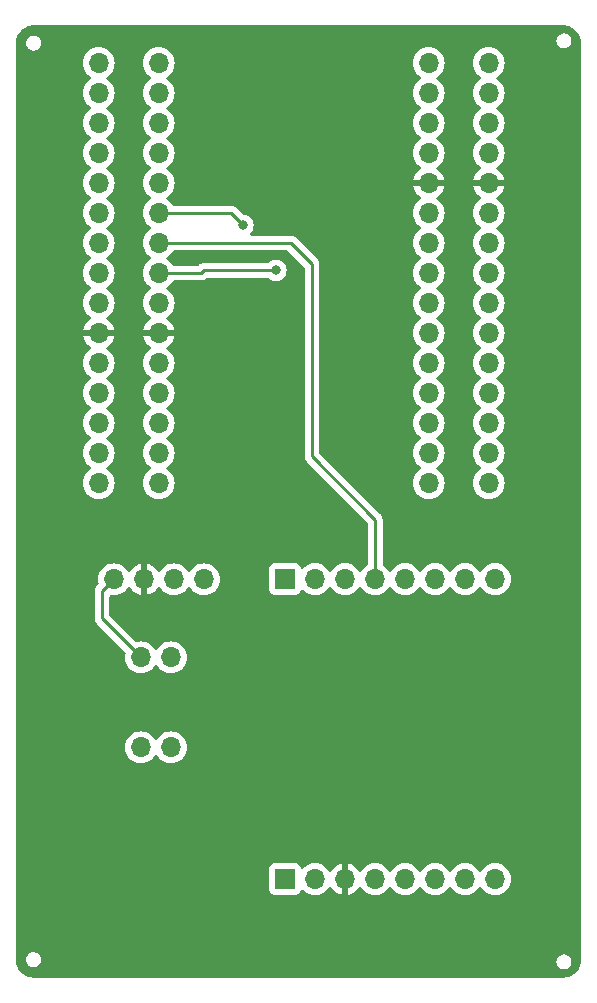
<source format=gbr>
%TF.GenerationSoftware,KiCad,Pcbnew,7.0.7*%
%TF.CreationDate,2023-09-27T12:22:37+02:00*%
%TF.ProjectId,EEE4022S Receiver Circuit,45454534-3032-4325-9320-526563656976,rev?*%
%TF.SameCoordinates,Original*%
%TF.FileFunction,Copper,L2,Bot*%
%TF.FilePolarity,Positive*%
%FSLAX46Y46*%
G04 Gerber Fmt 4.6, Leading zero omitted, Abs format (unit mm)*
G04 Created by KiCad (PCBNEW 7.0.7) date 2023-09-27 12:22:37*
%MOMM*%
%LPD*%
G01*
G04 APERTURE LIST*
%TA.AperFunction,ComponentPad*%
%ADD10O,1.700000X1.700000*%
%TD*%
%TA.AperFunction,ComponentPad*%
%ADD11R,1.700000X1.700000*%
%TD*%
%TA.AperFunction,ViaPad*%
%ADD12C,0.800000*%
%TD*%
%TA.AperFunction,Conductor*%
%ADD13C,0.250000*%
%TD*%
G04 APERTURE END LIST*
D10*
%TO.P,U1,1,A0*%
%TO.N,unconnected-(U1-A0-Pad1)*%
X119355000Y-107158000D03*
X114275000Y-107158000D03*
%TO.P,U1,2,RSV*%
%TO.N,unconnected-(U1-RSV-Pad2)*%
X119355000Y-104618000D03*
X114275000Y-104618000D03*
%TO.P,U1,3,RSV*%
%TO.N,unconnected-(U1-RSV-Pad3)*%
X119355000Y-102078000D03*
X114275000Y-102078000D03*
%TO.P,U1,4,SD3*%
%TO.N,unconnected-(U1-SD3-Pad4)*%
X119355000Y-99538000D03*
X114275000Y-99538000D03*
%TO.P,U1,5,SD2*%
%TO.N,unconnected-(U1-SD2-Pad5)*%
X119355000Y-96998000D03*
X114275000Y-96998000D03*
%TO.P,U1,6,SD1*%
%TO.N,unconnected-(U1-SD1-Pad6)*%
X119355000Y-94458000D03*
X114275000Y-94458000D03*
%TO.P,U1,7,CMD*%
%TO.N,unconnected-(U1-CMD-Pad7)*%
X119355000Y-91918000D03*
X114275000Y-91918000D03*
%TO.P,U1,8,SDO*%
%TO.N,unconnected-(U1-SDO-Pad8)*%
X119355000Y-89378000D03*
X114275000Y-89378000D03*
%TO.P,U1,9,CLK*%
%TO.N,unconnected-(U1-CLK-Pad9)*%
X119355000Y-86838000D03*
X114275000Y-86838000D03*
%TO.P,U1,10,GND*%
%TO.N,GND*%
X119355000Y-84298000D03*
X114275000Y-84298000D03*
%TO.P,U1,11,3V3*%
%TO.N,3V3*%
X119355000Y-81758000D03*
X114275000Y-81758000D03*
%TO.P,U1,12,EN*%
%TO.N,unconnected-(U1-EN-Pad12)*%
X119355000Y-79218000D03*
X114275000Y-79218000D03*
%TO.P,U1,13,RST*%
%TO.N,unconnected-(U1-RST-Pad13)*%
X119355000Y-76678000D03*
X114275000Y-76678000D03*
%TO.P,U1,14,GND*%
%TO.N,GND*%
X119355000Y-74138000D03*
X114275000Y-74138000D03*
%TO.P,U1,15,Vin*%
%TO.N,unconnected-(U1-Vin-Pad15)*%
X119355000Y-71598000D03*
X114275000Y-71598000D03*
%TO.P,U1,16,D0*%
%TO.N,D0*%
X91415000Y-107158000D03*
X86335000Y-107158000D03*
%TO.P,U1,17,D1*%
%TO.N,D1*%
X91415000Y-104618000D03*
X86335000Y-104618000D03*
%TO.P,U1,18,D2*%
%TO.N,D2*%
X91415000Y-102078000D03*
X86335000Y-102078000D03*
%TO.P,U1,19,D3*%
%TO.N,unconnected-(U1-D3-Pad19)*%
X91415000Y-99538000D03*
X86335000Y-99538000D03*
%TO.P,U1,20,D4*%
%TO.N,D4*%
X91415000Y-96998000D03*
X86335000Y-96998000D03*
%TO.P,U1,21,3V3*%
%TO.N,3V3*%
X91415000Y-94458000D03*
X86335000Y-94458000D03*
%TO.P,U1,22,GND*%
%TO.N,GND*%
X91415000Y-91918000D03*
X86335000Y-91918000D03*
%TO.P,U1,23,D5*%
%TO.N,D5*%
X91415000Y-89378000D03*
X86335000Y-89378000D03*
%TO.P,U1,24,D6*%
%TO.N,D6*%
X91415000Y-86838000D03*
X86335000Y-86838000D03*
%TO.P,U1,25,D7*%
%TO.N,D7*%
X91415000Y-84298000D03*
X86335000Y-84298000D03*
%TO.P,U1,26,D8*%
%TO.N,D8*%
X91415000Y-81758000D03*
X86335000Y-81758000D03*
%TO.P,U1,27,RX*%
%TO.N,unconnected-(U1-RX-Pad27)*%
X91415000Y-79218000D03*
X86335000Y-79218000D03*
%TO.P,U1,28,TX*%
%TO.N,unconnected-(U1-TX-Pad28)*%
X91415000Y-76678000D03*
X86335000Y-76678000D03*
%TO.P,U1,29,GND*%
%TO.N,GND*%
X91415000Y-74138000D03*
X86335000Y-74138000D03*
%TO.P,U1,30,3V3*%
%TO.N,unconnected-(U1-3V3-Pad30)*%
X91415000Y-71598000D03*
X86335000Y-71598000D03*
%TD*%
D11*
%TO.P,U4,1,GND*%
%TO.N,GND*%
X102123000Y-115291000D03*
D10*
%TO.P,U4,2,NSS*%
%TO.N,D8*%
X104663000Y-115291000D03*
%TO.P,U4,3,MOSI*%
%TO.N,D7*%
X107203000Y-115291000D03*
%TO.P,U4,4,MISO*%
%TO.N,D6*%
X109743000Y-115291000D03*
%TO.P,U4,5,SCK*%
%TO.N,D5*%
X112283000Y-115291000D03*
%TO.P,U4,6,DIO5*%
%TO.N,unconnected-(U4-DIO5-Pad6)*%
X114823000Y-115291000D03*
%TO.P,U4,7,DIO4*%
%TO.N,unconnected-(U4-DIO4-Pad7)*%
X117363000Y-115291000D03*
%TO.P,U4,8,GND*%
%TO.N,GND*%
X119903000Y-115291000D03*
D11*
%TO.P,U4,9,GND*%
X102123000Y-140691000D03*
D10*
%TO.P,U4,10,GND*%
X104663000Y-140691000D03*
%TO.P,U4,11,3.3V*%
%TO.N,3V3*%
X107203000Y-140691000D03*
%TO.P,U4,12,RST*%
%TO.N,D0*%
X109743000Y-140691000D03*
%TO.P,U4,13,DIO0*%
%TO.N,D2*%
X112283000Y-140691000D03*
%TO.P,U4,14,DIO1*%
%TO.N,unconnected-(U4-DIO1-Pad14)*%
X114823000Y-140691000D03*
%TO.P,U4,15,DIO2*%
%TO.N,unconnected-(U4-DIO2-Pad15)*%
X117363000Y-140691000D03*
%TO.P,U4,16,DIO3*%
%TO.N,unconnected-(U4-DIO3-Pad16)*%
X119903000Y-140691000D03*
%TD*%
%TO.P,U2,*%
%TO.N,*%
X89916000Y-129540000D03*
X92456000Y-129540000D03*
%TO.P,U2,1,GND*%
%TO.N,GND*%
X89916000Y-121920000D03*
%TO.P,U2,2,PIN*%
%TO.N,D4*%
X92456000Y-121920000D03*
%TD*%
%TO.P,U5,1,GND*%
%TO.N,GND*%
X87630000Y-115316000D03*
%TO.P,U5,2,VCC*%
%TO.N,3V3*%
X90170000Y-115316000D03*
%TO.P,U5,3,SCL*%
%TO.N,D1*%
X92710000Y-115316000D03*
%TO.P,U5,4,SDA*%
%TO.N,D2*%
X95250000Y-115316000D03*
%TD*%
D12*
%TO.N,D5*%
X101346000Y-89154000D03*
%TO.N,D7*%
X98552000Y-85344000D03*
%TD*%
D13*
%TO.N,GND*%
X86614000Y-118618000D02*
X89916000Y-121920000D01*
X87630000Y-115316000D02*
X86614000Y-116332000D01*
X86614000Y-116332000D02*
X86614000Y-118618000D01*
%TO.N,D5*%
X95250000Y-89154000D02*
X101346000Y-89154000D01*
X91415000Y-89378000D02*
X95026000Y-89378000D01*
X95026000Y-89378000D02*
X95250000Y-89154000D01*
%TO.N,D6*%
X109743000Y-115291000D02*
X109743000Y-110251000D01*
X109743000Y-110251000D02*
X104394000Y-104902000D01*
X104394000Y-104902000D02*
X104394000Y-88646000D01*
X102586000Y-86838000D02*
X91415000Y-86838000D01*
X104394000Y-88646000D02*
X102586000Y-86838000D01*
%TO.N,D7*%
X97506000Y-84298000D02*
X91415000Y-84298000D01*
X98552000Y-85344000D02*
X97506000Y-84298000D01*
%TD*%
%TA.AperFunction,Conductor*%
%TO.N,3V3*%
G36*
X125670574Y-68388288D02*
G01*
X125738025Y-68393111D01*
X125888600Y-68404959D01*
X125896918Y-68406186D01*
X125919783Y-68411159D01*
X125992858Y-68427055D01*
X126111704Y-68455585D01*
X126118887Y-68457779D01*
X126216547Y-68494203D01*
X126324686Y-68538995D01*
X126330670Y-68541858D01*
X126423063Y-68592307D01*
X126425745Y-68593860D01*
X126522835Y-68653356D01*
X126527590Y-68656582D01*
X126566790Y-68685927D01*
X126612600Y-68720220D01*
X126615711Y-68722708D01*
X126701693Y-68796142D01*
X126705270Y-68799449D01*
X126780549Y-68874728D01*
X126783856Y-68878305D01*
X126857290Y-68964287D01*
X126859778Y-68967398D01*
X126923410Y-69052400D01*
X126926642Y-69057163D01*
X126986138Y-69154253D01*
X126987691Y-69156935D01*
X127038140Y-69249328D01*
X127041007Y-69255319D01*
X127085799Y-69363460D01*
X127122219Y-69461109D01*
X127124416Y-69468309D01*
X127152945Y-69587142D01*
X127173812Y-69683079D01*
X127175039Y-69691402D01*
X127186891Y-69842013D01*
X127189004Y-69871560D01*
X127190617Y-69894127D01*
X127191711Y-69909419D01*
X127191869Y-69913843D01*
X127191869Y-147510156D01*
X127191711Y-147514580D01*
X127186891Y-147581987D01*
X127175039Y-147732596D01*
X127173812Y-147740919D01*
X127152945Y-147836857D01*
X127124416Y-147955689D01*
X127122219Y-147962888D01*
X127085799Y-148060539D01*
X127041007Y-148168679D01*
X127038140Y-148174670D01*
X126987691Y-148267063D01*
X126986138Y-148269745D01*
X126926642Y-148366835D01*
X126923410Y-148371598D01*
X126859778Y-148456600D01*
X126857290Y-148459711D01*
X126783856Y-148545693D01*
X126780549Y-148549270D01*
X126705270Y-148624549D01*
X126701693Y-148627856D01*
X126615711Y-148701290D01*
X126612600Y-148703778D01*
X126527598Y-148767410D01*
X126522835Y-148770642D01*
X126425745Y-148830138D01*
X126423063Y-148831691D01*
X126330670Y-148882140D01*
X126324679Y-148885007D01*
X126216539Y-148929799D01*
X126118888Y-148966219D01*
X126111689Y-148968416D01*
X125992857Y-148996945D01*
X125896919Y-149017812D01*
X125888596Y-149019039D01*
X125737987Y-149030891D01*
X125705901Y-149033185D01*
X125670576Y-149035711D01*
X125666157Y-149035869D01*
X80835843Y-149035869D01*
X80831423Y-149035711D01*
X80796098Y-149033185D01*
X80764013Y-149030891D01*
X80613402Y-149019039D01*
X80605079Y-149017812D01*
X80509142Y-148996945D01*
X80390309Y-148968416D01*
X80383109Y-148966219D01*
X80285460Y-148929799D01*
X80177319Y-148885007D01*
X80171328Y-148882140D01*
X80078935Y-148831691D01*
X80076253Y-148830138D01*
X79979163Y-148770642D01*
X79974400Y-148767410D01*
X79889398Y-148703778D01*
X79886287Y-148701290D01*
X79800305Y-148627856D01*
X79796728Y-148624549D01*
X79721449Y-148549270D01*
X79718142Y-148545693D01*
X79644708Y-148459711D01*
X79642220Y-148456600D01*
X79607927Y-148410790D01*
X79578582Y-148371590D01*
X79575356Y-148366835D01*
X79515860Y-148269745D01*
X79514307Y-148267063D01*
X79463858Y-148174670D01*
X79460995Y-148168686D01*
X79416200Y-148060539D01*
X79379779Y-147962887D01*
X79377585Y-147955704D01*
X79349055Y-147836857D01*
X79328186Y-147740918D01*
X79326959Y-147732595D01*
X79323058Y-147683015D01*
X79315109Y-147581987D01*
X79310288Y-147514575D01*
X79310210Y-147512371D01*
X80197228Y-147512371D01*
X80199353Y-147529869D01*
X80215720Y-147664670D01*
X80215721Y-147664675D01*
X80270124Y-147808122D01*
X80270124Y-147808123D01*
X80319464Y-147879603D01*
X80354695Y-147930644D01*
X80357278Y-147934385D01*
X80472110Y-148036118D01*
X80472111Y-148036118D01*
X80472113Y-148036120D01*
X80607959Y-148107418D01*
X80631134Y-148113130D01*
X80635544Y-148114392D01*
X80637782Y-148115122D01*
X80637785Y-148115124D01*
X80642533Y-148116029D01*
X80645728Y-148116727D01*
X80756921Y-148144134D01*
X80756922Y-148144134D01*
X80774893Y-148144134D01*
X80780367Y-148145741D01*
X80803964Y-148144256D01*
X80807859Y-148144134D01*
X80910343Y-148144134D01*
X80910343Y-148144133D01*
X80919762Y-148141811D01*
X80925938Y-148140290D01*
X80934672Y-148140673D01*
X80964871Y-148130861D01*
X80969183Y-148129630D01*
X81059303Y-148107418D01*
X81072997Y-148100230D01*
X81084365Y-148097952D01*
X81096879Y-148090011D01*
X81096896Y-148090001D01*
X81103474Y-148085826D01*
X81103478Y-148085825D01*
X81115833Y-148077983D01*
X81120214Y-148075448D01*
X81175387Y-148046492D01*
X81195146Y-148036122D01*
X81195147Y-148036120D01*
X81195149Y-148036120D01*
X81206947Y-148025667D01*
X81219865Y-148019594D01*
X81232263Y-148006393D01*
X81232282Y-148006375D01*
X81237609Y-148000701D01*
X81237612Y-148000700D01*
X81247961Y-147989678D01*
X81252008Y-147985746D01*
X81309985Y-147934384D01*
X81319468Y-147920644D01*
X81332530Y-147910058D01*
X81353526Y-147871866D01*
X81356825Y-147866523D01*
X81379513Y-147833654D01*
X81397134Y-147808129D01*
X81397135Y-147808126D01*
X81397138Y-147808122D01*
X81403555Y-147791200D01*
X81415135Y-147775905D01*
X81419002Y-147760847D01*
X81430443Y-147731948D01*
X81436856Y-147720281D01*
X81439738Y-147704738D01*
X125093597Y-147704738D01*
X125112089Y-147857037D01*
X125112090Y-147857042D01*
X125166493Y-148000489D01*
X125166493Y-148000490D01*
X125218228Y-148075440D01*
X125251064Y-148123011D01*
X125253647Y-148126752D01*
X125368479Y-148228485D01*
X125368480Y-148228485D01*
X125368482Y-148228487D01*
X125504328Y-148299785D01*
X125527503Y-148305497D01*
X125531913Y-148306759D01*
X125534151Y-148307489D01*
X125534154Y-148307491D01*
X125538902Y-148308396D01*
X125542097Y-148309094D01*
X125653290Y-148336501D01*
X125653291Y-148336501D01*
X125671262Y-148336501D01*
X125676736Y-148338108D01*
X125700333Y-148336623D01*
X125704228Y-148336501D01*
X125806712Y-148336501D01*
X125806712Y-148336500D01*
X125816131Y-148334178D01*
X125822307Y-148332657D01*
X125831041Y-148333040D01*
X125861240Y-148323228D01*
X125865552Y-148321997D01*
X125955672Y-148299785D01*
X125969366Y-148292597D01*
X125980734Y-148290319D01*
X125993248Y-148282378D01*
X125993265Y-148282368D01*
X125999843Y-148278193D01*
X125999847Y-148278192D01*
X126012202Y-148270350D01*
X126016583Y-148267815D01*
X126065732Y-148242020D01*
X126091515Y-148228489D01*
X126091516Y-148228487D01*
X126091518Y-148228487D01*
X126103316Y-148218034D01*
X126116234Y-148211961D01*
X126128632Y-148198760D01*
X126128651Y-148198742D01*
X126133978Y-148193068D01*
X126133981Y-148193067D01*
X126144330Y-148182045D01*
X126148377Y-148178113D01*
X126206354Y-148126751D01*
X126215837Y-148113011D01*
X126228899Y-148102425D01*
X126249895Y-148064233D01*
X126253194Y-148058890D01*
X126289432Y-148006393D01*
X126293503Y-148000496D01*
X126293504Y-148000493D01*
X126293507Y-148000489D01*
X126299924Y-147983567D01*
X126311504Y-147968272D01*
X126315371Y-147953214D01*
X126326812Y-147924315D01*
X126333225Y-147912648D01*
X126339351Y-147879606D01*
X126347910Y-147857039D01*
X126354461Y-147803079D01*
X126355953Y-147795156D01*
X126358774Y-147784171D01*
X126358774Y-147784167D01*
X126359489Y-147781384D01*
X126359493Y-147781364D01*
X126365646Y-147757400D01*
X126363765Y-147726461D01*
X126366403Y-147704738D01*
X126363765Y-147683013D01*
X126367626Y-147659787D01*
X126360471Y-147631918D01*
X126358774Y-147625308D01*
X126358774Y-147625305D01*
X126355955Y-147614329D01*
X126354460Y-147606381D01*
X126352690Y-147591804D01*
X126347910Y-147552437D01*
X126339350Y-147529868D01*
X126337387Y-147504398D01*
X126326812Y-147485161D01*
X126315369Y-147456259D01*
X126313115Y-147447479D01*
X126299924Y-147425909D01*
X126293507Y-147408987D01*
X126259743Y-147360072D01*
X126253201Y-147350594D01*
X126249892Y-147345238D01*
X126231634Y-147312026D01*
X126215840Y-147296468D01*
X126206354Y-147282725D01*
X126148400Y-147231381D01*
X126144316Y-147227414D01*
X126129977Y-147212146D01*
X126129974Y-147212143D01*
X126119535Y-147201027D01*
X126103320Y-147191444D01*
X126091522Y-147180992D01*
X126091520Y-147180990D01*
X126091518Y-147180989D01*
X126069835Y-147169609D01*
X126016603Y-147141669D01*
X126012196Y-147139120D01*
X125992083Y-147126357D01*
X125992078Y-147126354D01*
X125984041Y-147121254D01*
X125969370Y-147116880D01*
X125955670Y-147109690D01*
X125955669Y-147109689D01*
X125865560Y-147087479D01*
X125861239Y-147086246D01*
X125833853Y-147077347D01*
X125822318Y-147076821D01*
X125806713Y-147072975D01*
X125806710Y-147072975D01*
X125704198Y-147072975D01*
X125700325Y-147072853D01*
X125692465Y-147072359D01*
X125685637Y-147071929D01*
X125685582Y-147071929D01*
X125678632Y-147071492D01*
X125671258Y-147072975D01*
X125653288Y-147072975D01*
X125542242Y-147100345D01*
X125539021Y-147101048D01*
X125534128Y-147101981D01*
X125534071Y-147102011D01*
X125531665Y-147102789D01*
X125527420Y-147103998D01*
X125504329Y-147109690D01*
X125504324Y-147109692D01*
X125368483Y-147180987D01*
X125368481Y-147180989D01*
X125253647Y-147282723D01*
X125166493Y-147408985D01*
X125166493Y-147408986D01*
X125112090Y-147552433D01*
X125112089Y-147552438D01*
X125093597Y-147704738D01*
X81439738Y-147704738D01*
X81442982Y-147687239D01*
X81451541Y-147664672D01*
X81458092Y-147610712D01*
X81459584Y-147602789D01*
X81462405Y-147591804D01*
X81462405Y-147591800D01*
X81463120Y-147589017D01*
X81463124Y-147588997D01*
X81469277Y-147565033D01*
X81467396Y-147534094D01*
X81470034Y-147512371D01*
X81469765Y-147510159D01*
X81467396Y-147490648D01*
X81471257Y-147467420D01*
X81464102Y-147439551D01*
X81462405Y-147432941D01*
X81462405Y-147432938D01*
X81459586Y-147421962D01*
X81458091Y-147414014D01*
X81457481Y-147408987D01*
X81451541Y-147360070D01*
X81442981Y-147337501D01*
X81441018Y-147312031D01*
X81430443Y-147292794D01*
X81419000Y-147263892D01*
X81416746Y-147255112D01*
X81403555Y-147233542D01*
X81397138Y-147216620D01*
X81356832Y-147158227D01*
X81353523Y-147152871D01*
X81335265Y-147119659D01*
X81319471Y-147104101D01*
X81318565Y-147102789D01*
X81309985Y-147090358D01*
X81252031Y-147039015D01*
X81247962Y-147035063D01*
X81237612Y-147024042D01*
X81237611Y-147024041D01*
X81233607Y-147019777D01*
X81233605Y-147019776D01*
X81223166Y-147008660D01*
X81206951Y-146999077D01*
X81195153Y-146988625D01*
X81195151Y-146988623D01*
X81195149Y-146988622D01*
X81173466Y-146977242D01*
X81120234Y-146949302D01*
X81115827Y-146946753D01*
X81095714Y-146933990D01*
X81095709Y-146933987D01*
X81087672Y-146928887D01*
X81073001Y-146924513D01*
X81059301Y-146917323D01*
X81059300Y-146917322D01*
X80969191Y-146895112D01*
X80964870Y-146893879D01*
X80937484Y-146884980D01*
X80925949Y-146884454D01*
X80910344Y-146880608D01*
X80910341Y-146880608D01*
X80807829Y-146880608D01*
X80803956Y-146880486D01*
X80796096Y-146879992D01*
X80789268Y-146879562D01*
X80789213Y-146879562D01*
X80782263Y-146879125D01*
X80774889Y-146880608D01*
X80756919Y-146880608D01*
X80645873Y-146907978D01*
X80642652Y-146908681D01*
X80637759Y-146909614D01*
X80637702Y-146909644D01*
X80635296Y-146910422D01*
X80631051Y-146911631D01*
X80607960Y-146917323D01*
X80607955Y-146917325D01*
X80472114Y-146988620D01*
X80472112Y-146988622D01*
X80357278Y-147090356D01*
X80270124Y-147216618D01*
X80270124Y-147216619D01*
X80215721Y-147360066D01*
X80215720Y-147360071D01*
X80197289Y-147511869D01*
X80197228Y-147512371D01*
X79310210Y-147512371D01*
X79310131Y-147510159D01*
X79310131Y-141588870D01*
X100772500Y-141588870D01*
X100772501Y-141588876D01*
X100778908Y-141648483D01*
X100829202Y-141783328D01*
X100829206Y-141783335D01*
X100915452Y-141898544D01*
X100915455Y-141898547D01*
X101030664Y-141984793D01*
X101030671Y-141984797D01*
X101165517Y-142035091D01*
X101165516Y-142035091D01*
X101172444Y-142035835D01*
X101225127Y-142041500D01*
X103020872Y-142041499D01*
X103080483Y-142035091D01*
X103215331Y-141984796D01*
X103330546Y-141898546D01*
X103416796Y-141783331D01*
X103465810Y-141651916D01*
X103507681Y-141595984D01*
X103573145Y-141571566D01*
X103641418Y-141586417D01*
X103669673Y-141607569D01*
X103791599Y-141729495D01*
X103888384Y-141797264D01*
X103985165Y-141865032D01*
X103985167Y-141865033D01*
X103985170Y-141865035D01*
X104199337Y-141964903D01*
X104427592Y-142026063D01*
X104604034Y-142041500D01*
X104662999Y-142046659D01*
X104663000Y-142046659D01*
X104663001Y-142046659D01*
X104721966Y-142041500D01*
X104898408Y-142026063D01*
X105126663Y-141964903D01*
X105340830Y-141865035D01*
X105534401Y-141729495D01*
X105701495Y-141562401D01*
X105831730Y-141376405D01*
X105886307Y-141332781D01*
X105955805Y-141325587D01*
X106018160Y-141357110D01*
X106034879Y-141376405D01*
X106164890Y-141562078D01*
X106331917Y-141729105D01*
X106525421Y-141864600D01*
X106739507Y-141964429D01*
X106739516Y-141964433D01*
X106953000Y-142021634D01*
X106953000Y-141303301D01*
X106972685Y-141236262D01*
X107025489Y-141190507D01*
X107094647Y-141180563D01*
X107167237Y-141191000D01*
X107167238Y-141191000D01*
X107238762Y-141191000D01*
X107238763Y-141191000D01*
X107311353Y-141180563D01*
X107380512Y-141190507D01*
X107433315Y-141236262D01*
X107453000Y-141303301D01*
X107453000Y-142021633D01*
X107666483Y-141964433D01*
X107666492Y-141964429D01*
X107880578Y-141864600D01*
X108074082Y-141729105D01*
X108241105Y-141562082D01*
X108371119Y-141376405D01*
X108425696Y-141332781D01*
X108495195Y-141325588D01*
X108557549Y-141357110D01*
X108574269Y-141376405D01*
X108704505Y-141562401D01*
X108871599Y-141729495D01*
X108968384Y-141797264D01*
X109065165Y-141865032D01*
X109065167Y-141865033D01*
X109065170Y-141865035D01*
X109279337Y-141964903D01*
X109507592Y-142026063D01*
X109684034Y-142041500D01*
X109742999Y-142046659D01*
X109743000Y-142046659D01*
X109743001Y-142046659D01*
X109801966Y-142041500D01*
X109978408Y-142026063D01*
X110206663Y-141964903D01*
X110420830Y-141865035D01*
X110614401Y-141729495D01*
X110781495Y-141562401D01*
X110911424Y-141376842D01*
X110966002Y-141333217D01*
X111035500Y-141326023D01*
X111097855Y-141357546D01*
X111114575Y-141376842D01*
X111244500Y-141562395D01*
X111244505Y-141562401D01*
X111411599Y-141729495D01*
X111508384Y-141797264D01*
X111605165Y-141865032D01*
X111605167Y-141865033D01*
X111605170Y-141865035D01*
X111819337Y-141964903D01*
X112047592Y-142026063D01*
X112224034Y-142041500D01*
X112282999Y-142046659D01*
X112283000Y-142046659D01*
X112283001Y-142046659D01*
X112341966Y-142041500D01*
X112518408Y-142026063D01*
X112746663Y-141964903D01*
X112960830Y-141865035D01*
X113154401Y-141729495D01*
X113321495Y-141562401D01*
X113451424Y-141376842D01*
X113506002Y-141333217D01*
X113575500Y-141326023D01*
X113637855Y-141357546D01*
X113654575Y-141376842D01*
X113784500Y-141562395D01*
X113784505Y-141562401D01*
X113951599Y-141729495D01*
X114048384Y-141797264D01*
X114145165Y-141865032D01*
X114145167Y-141865033D01*
X114145170Y-141865035D01*
X114359337Y-141964903D01*
X114587592Y-142026063D01*
X114764034Y-142041500D01*
X114822999Y-142046659D01*
X114823000Y-142046659D01*
X114823001Y-142046659D01*
X114881966Y-142041500D01*
X115058408Y-142026063D01*
X115286663Y-141964903D01*
X115500830Y-141865035D01*
X115694401Y-141729495D01*
X115861495Y-141562401D01*
X115991424Y-141376842D01*
X116046002Y-141333217D01*
X116115500Y-141326023D01*
X116177855Y-141357546D01*
X116194575Y-141376842D01*
X116324500Y-141562395D01*
X116324505Y-141562401D01*
X116491599Y-141729495D01*
X116588384Y-141797264D01*
X116685165Y-141865032D01*
X116685167Y-141865033D01*
X116685170Y-141865035D01*
X116899337Y-141964903D01*
X117127592Y-142026063D01*
X117304034Y-142041500D01*
X117362999Y-142046659D01*
X117363000Y-142046659D01*
X117363001Y-142046659D01*
X117421966Y-142041500D01*
X117598408Y-142026063D01*
X117826663Y-141964903D01*
X118040830Y-141865035D01*
X118234401Y-141729495D01*
X118401495Y-141562401D01*
X118531424Y-141376842D01*
X118586002Y-141333217D01*
X118655500Y-141326023D01*
X118717855Y-141357546D01*
X118734575Y-141376842D01*
X118864500Y-141562395D01*
X118864505Y-141562401D01*
X119031599Y-141729495D01*
X119128384Y-141797264D01*
X119225165Y-141865032D01*
X119225167Y-141865033D01*
X119225170Y-141865035D01*
X119439337Y-141964903D01*
X119667592Y-142026063D01*
X119844034Y-142041500D01*
X119902999Y-142046659D01*
X119903000Y-142046659D01*
X119903001Y-142046659D01*
X119961966Y-142041500D01*
X120138408Y-142026063D01*
X120366663Y-141964903D01*
X120580830Y-141865035D01*
X120774401Y-141729495D01*
X120941495Y-141562401D01*
X121077035Y-141368830D01*
X121176903Y-141154663D01*
X121238063Y-140926408D01*
X121258659Y-140691000D01*
X121238063Y-140455592D01*
X121176903Y-140227337D01*
X121077035Y-140013171D01*
X121071731Y-140005595D01*
X120941494Y-139819597D01*
X120774402Y-139652506D01*
X120774395Y-139652501D01*
X120580834Y-139516967D01*
X120580830Y-139516965D01*
X120580829Y-139516964D01*
X120366663Y-139417097D01*
X120366659Y-139417096D01*
X120366655Y-139417094D01*
X120138413Y-139355938D01*
X120138403Y-139355936D01*
X119903001Y-139335341D01*
X119902999Y-139335341D01*
X119667596Y-139355936D01*
X119667586Y-139355938D01*
X119439344Y-139417094D01*
X119439335Y-139417098D01*
X119225171Y-139516964D01*
X119225169Y-139516965D01*
X119031597Y-139652505D01*
X118864505Y-139819597D01*
X118734575Y-140005158D01*
X118679998Y-140048783D01*
X118610500Y-140055977D01*
X118548145Y-140024454D01*
X118531425Y-140005158D01*
X118401494Y-139819597D01*
X118234402Y-139652506D01*
X118234395Y-139652501D01*
X118040834Y-139516967D01*
X118040830Y-139516965D01*
X118040828Y-139516964D01*
X117826663Y-139417097D01*
X117826659Y-139417096D01*
X117826655Y-139417094D01*
X117598413Y-139355938D01*
X117598403Y-139355936D01*
X117363001Y-139335341D01*
X117362999Y-139335341D01*
X117127596Y-139355936D01*
X117127586Y-139355938D01*
X116899344Y-139417094D01*
X116899335Y-139417098D01*
X116685171Y-139516964D01*
X116685169Y-139516965D01*
X116491597Y-139652505D01*
X116324505Y-139819597D01*
X116194575Y-140005158D01*
X116139998Y-140048783D01*
X116070500Y-140055977D01*
X116008145Y-140024454D01*
X115991425Y-140005158D01*
X115861494Y-139819597D01*
X115694402Y-139652506D01*
X115694395Y-139652501D01*
X115500834Y-139516967D01*
X115500830Y-139516965D01*
X115500829Y-139516964D01*
X115286663Y-139417097D01*
X115286659Y-139417096D01*
X115286655Y-139417094D01*
X115058413Y-139355938D01*
X115058403Y-139355936D01*
X114823001Y-139335341D01*
X114822999Y-139335341D01*
X114587596Y-139355936D01*
X114587586Y-139355938D01*
X114359344Y-139417094D01*
X114359335Y-139417098D01*
X114145171Y-139516964D01*
X114145169Y-139516965D01*
X113951597Y-139652505D01*
X113784505Y-139819597D01*
X113654575Y-140005158D01*
X113599998Y-140048783D01*
X113530500Y-140055977D01*
X113468145Y-140024454D01*
X113451425Y-140005158D01*
X113321494Y-139819597D01*
X113154402Y-139652506D01*
X113154395Y-139652501D01*
X112960834Y-139516967D01*
X112960830Y-139516965D01*
X112960828Y-139516964D01*
X112746663Y-139417097D01*
X112746659Y-139417096D01*
X112746655Y-139417094D01*
X112518413Y-139355938D01*
X112518403Y-139355936D01*
X112283001Y-139335341D01*
X112282999Y-139335341D01*
X112047596Y-139355936D01*
X112047586Y-139355938D01*
X111819344Y-139417094D01*
X111819335Y-139417098D01*
X111605171Y-139516964D01*
X111605169Y-139516965D01*
X111411597Y-139652505D01*
X111244505Y-139819597D01*
X111114575Y-140005158D01*
X111059998Y-140048783D01*
X110990500Y-140055977D01*
X110928145Y-140024454D01*
X110911425Y-140005158D01*
X110781494Y-139819597D01*
X110614402Y-139652506D01*
X110614395Y-139652501D01*
X110420834Y-139516967D01*
X110420830Y-139516965D01*
X110420829Y-139516964D01*
X110206663Y-139417097D01*
X110206659Y-139417096D01*
X110206655Y-139417094D01*
X109978413Y-139355938D01*
X109978403Y-139355936D01*
X109743001Y-139335341D01*
X109742999Y-139335341D01*
X109507596Y-139355936D01*
X109507586Y-139355938D01*
X109279344Y-139417094D01*
X109279335Y-139417098D01*
X109065171Y-139516964D01*
X109065169Y-139516965D01*
X108871597Y-139652505D01*
X108704508Y-139819594D01*
X108574269Y-140005595D01*
X108519692Y-140049219D01*
X108450193Y-140056412D01*
X108387839Y-140024890D01*
X108371119Y-140005594D01*
X108241113Y-139819926D01*
X108241108Y-139819920D01*
X108074082Y-139652894D01*
X107880578Y-139517399D01*
X107666492Y-139417570D01*
X107666486Y-139417567D01*
X107453000Y-139360364D01*
X107453000Y-140078698D01*
X107433315Y-140145737D01*
X107380511Y-140191492D01*
X107311355Y-140201436D01*
X107238766Y-140191000D01*
X107238763Y-140191000D01*
X107167237Y-140191000D01*
X107167233Y-140191000D01*
X107094645Y-140201436D01*
X107025487Y-140191492D01*
X106972684Y-140145736D01*
X106953000Y-140078698D01*
X106953000Y-139360364D01*
X106952999Y-139360364D01*
X106739513Y-139417567D01*
X106739507Y-139417570D01*
X106525422Y-139517399D01*
X106525420Y-139517400D01*
X106331926Y-139652886D01*
X106331920Y-139652891D01*
X106164891Y-139819920D01*
X106164890Y-139819922D01*
X106034880Y-140005595D01*
X105980303Y-140049219D01*
X105910804Y-140056412D01*
X105848450Y-140024890D01*
X105831730Y-140005594D01*
X105701494Y-139819597D01*
X105534402Y-139652506D01*
X105534395Y-139652501D01*
X105340834Y-139516967D01*
X105340830Y-139516965D01*
X105340829Y-139516964D01*
X105126663Y-139417097D01*
X105126659Y-139417096D01*
X105126655Y-139417094D01*
X104898413Y-139355938D01*
X104898403Y-139355936D01*
X104663001Y-139335341D01*
X104662999Y-139335341D01*
X104427596Y-139355936D01*
X104427586Y-139355938D01*
X104199344Y-139417094D01*
X104199335Y-139417098D01*
X103985171Y-139516964D01*
X103985169Y-139516965D01*
X103791600Y-139652503D01*
X103669673Y-139774430D01*
X103608350Y-139807914D01*
X103538658Y-139802930D01*
X103482725Y-139761058D01*
X103465810Y-139730081D01*
X103416797Y-139598671D01*
X103416793Y-139598664D01*
X103330547Y-139483455D01*
X103330544Y-139483452D01*
X103215335Y-139397206D01*
X103215328Y-139397202D01*
X103080482Y-139346908D01*
X103080483Y-139346908D01*
X103020883Y-139340501D01*
X103020881Y-139340500D01*
X103020873Y-139340500D01*
X103020864Y-139340500D01*
X101225129Y-139340500D01*
X101225123Y-139340501D01*
X101165516Y-139346908D01*
X101030671Y-139397202D01*
X101030664Y-139397206D01*
X100915455Y-139483452D01*
X100915452Y-139483455D01*
X100829206Y-139598664D01*
X100829202Y-139598671D01*
X100778908Y-139733517D01*
X100772501Y-139793116D01*
X100772500Y-139793135D01*
X100772500Y-141588870D01*
X79310131Y-141588870D01*
X79310131Y-129540000D01*
X88560341Y-129540000D01*
X88580936Y-129775403D01*
X88580938Y-129775413D01*
X88642094Y-130003655D01*
X88642096Y-130003659D01*
X88642097Y-130003663D01*
X88646000Y-130012032D01*
X88741965Y-130217830D01*
X88741967Y-130217834D01*
X88850281Y-130372521D01*
X88877505Y-130411401D01*
X89044599Y-130578495D01*
X89141384Y-130646264D01*
X89238165Y-130714032D01*
X89238167Y-130714033D01*
X89238170Y-130714035D01*
X89452337Y-130813903D01*
X89680592Y-130875063D01*
X89868918Y-130891539D01*
X89915999Y-130895659D01*
X89916000Y-130895659D01*
X89916001Y-130895659D01*
X89955234Y-130892226D01*
X90151408Y-130875063D01*
X90379663Y-130813903D01*
X90593830Y-130714035D01*
X90787401Y-130578495D01*
X90954495Y-130411401D01*
X91084426Y-130225840D01*
X91139001Y-130182217D01*
X91208499Y-130175023D01*
X91270854Y-130206546D01*
X91287574Y-130225841D01*
X91417505Y-130411401D01*
X91584599Y-130578495D01*
X91681384Y-130646264D01*
X91778165Y-130714032D01*
X91778167Y-130714033D01*
X91778170Y-130714035D01*
X91992337Y-130813903D01*
X92220592Y-130875063D01*
X92408918Y-130891539D01*
X92455999Y-130895659D01*
X92456000Y-130895659D01*
X92456001Y-130895659D01*
X92495234Y-130892226D01*
X92691408Y-130875063D01*
X92919663Y-130813903D01*
X93133830Y-130714035D01*
X93327401Y-130578495D01*
X93494495Y-130411401D01*
X93630035Y-130217830D01*
X93729903Y-130003663D01*
X93791063Y-129775408D01*
X93811659Y-129540000D01*
X93791063Y-129304592D01*
X93729903Y-129076337D01*
X93630035Y-128862171D01*
X93624425Y-128854158D01*
X93494494Y-128668597D01*
X93327402Y-128501506D01*
X93327395Y-128501501D01*
X93133834Y-128365967D01*
X93133830Y-128365965D01*
X93133828Y-128365964D01*
X92919663Y-128266097D01*
X92919659Y-128266096D01*
X92919655Y-128266094D01*
X92691413Y-128204938D01*
X92691403Y-128204936D01*
X92456001Y-128184341D01*
X92455999Y-128184341D01*
X92220596Y-128204936D01*
X92220586Y-128204938D01*
X91992344Y-128266094D01*
X91992335Y-128266098D01*
X91778171Y-128365964D01*
X91778169Y-128365965D01*
X91584597Y-128501505D01*
X91417505Y-128668597D01*
X91287575Y-128854158D01*
X91232998Y-128897783D01*
X91163500Y-128904977D01*
X91101145Y-128873454D01*
X91084425Y-128854158D01*
X90954494Y-128668597D01*
X90787402Y-128501506D01*
X90787395Y-128501501D01*
X90593834Y-128365967D01*
X90593830Y-128365965D01*
X90593828Y-128365964D01*
X90379663Y-128266097D01*
X90379659Y-128266096D01*
X90379655Y-128266094D01*
X90151413Y-128204938D01*
X90151403Y-128204936D01*
X89916001Y-128184341D01*
X89915999Y-128184341D01*
X89680596Y-128204936D01*
X89680586Y-128204938D01*
X89452344Y-128266094D01*
X89452335Y-128266098D01*
X89238171Y-128365964D01*
X89238169Y-128365965D01*
X89044597Y-128501505D01*
X88877505Y-128668597D01*
X88741965Y-128862169D01*
X88741964Y-128862171D01*
X88642098Y-129076335D01*
X88642094Y-129076344D01*
X88580938Y-129304586D01*
X88580936Y-129304596D01*
X88560341Y-129539999D01*
X88560341Y-129540000D01*
X79310131Y-129540000D01*
X79310131Y-116312195D01*
X85983840Y-116312195D01*
X85988225Y-116358583D01*
X85988500Y-116364421D01*
X85988500Y-118535255D01*
X85986775Y-118550872D01*
X85987061Y-118550899D01*
X85986326Y-118558665D01*
X85988500Y-118627814D01*
X85988500Y-118657343D01*
X85988501Y-118657360D01*
X85989368Y-118664231D01*
X85989826Y-118670050D01*
X85991290Y-118716624D01*
X85991291Y-118716627D01*
X85996880Y-118735867D01*
X86000824Y-118754911D01*
X86003336Y-118774791D01*
X86020490Y-118818119D01*
X86022382Y-118823647D01*
X86035381Y-118868388D01*
X86045580Y-118885634D01*
X86054138Y-118903103D01*
X86061514Y-118921732D01*
X86088898Y-118959423D01*
X86092106Y-118964307D01*
X86115827Y-119004416D01*
X86115833Y-119004424D01*
X86129990Y-119018580D01*
X86142628Y-119033376D01*
X86154405Y-119049586D01*
X86154406Y-119049587D01*
X86190309Y-119079288D01*
X86194620Y-119083210D01*
X87992910Y-120881501D01*
X88575761Y-121464352D01*
X88609246Y-121525675D01*
X88607855Y-121584124D01*
X88580937Y-121684589D01*
X88580937Y-121684590D01*
X88560341Y-121919999D01*
X88560341Y-121920000D01*
X88580936Y-122155403D01*
X88580938Y-122155413D01*
X88642094Y-122383655D01*
X88642096Y-122383659D01*
X88642097Y-122383663D01*
X88646000Y-122392032D01*
X88741965Y-122597830D01*
X88741967Y-122597834D01*
X88850281Y-122752521D01*
X88877505Y-122791401D01*
X89044599Y-122958495D01*
X89141384Y-123026264D01*
X89238165Y-123094032D01*
X89238167Y-123094033D01*
X89238170Y-123094035D01*
X89452337Y-123193903D01*
X89680592Y-123255063D01*
X89868918Y-123271539D01*
X89915999Y-123275659D01*
X89916000Y-123275659D01*
X89916001Y-123275659D01*
X89955234Y-123272226D01*
X90151408Y-123255063D01*
X90379663Y-123193903D01*
X90593830Y-123094035D01*
X90787401Y-122958495D01*
X90954495Y-122791401D01*
X91084426Y-122605840D01*
X91139001Y-122562217D01*
X91208499Y-122555023D01*
X91270854Y-122586546D01*
X91287574Y-122605841D01*
X91417505Y-122791401D01*
X91584599Y-122958495D01*
X91681384Y-123026264D01*
X91778165Y-123094032D01*
X91778167Y-123094033D01*
X91778170Y-123094035D01*
X91992337Y-123193903D01*
X92220592Y-123255063D01*
X92408918Y-123271539D01*
X92455999Y-123275659D01*
X92456000Y-123275659D01*
X92456001Y-123275659D01*
X92495234Y-123272226D01*
X92691408Y-123255063D01*
X92919663Y-123193903D01*
X93133830Y-123094035D01*
X93327401Y-122958495D01*
X93494495Y-122791401D01*
X93630035Y-122597830D01*
X93729903Y-122383663D01*
X93791063Y-122155408D01*
X93811659Y-121920000D01*
X93791063Y-121684592D01*
X93729903Y-121456337D01*
X93630035Y-121242171D01*
X93624425Y-121234158D01*
X93494494Y-121048597D01*
X93327402Y-120881506D01*
X93327395Y-120881501D01*
X93133834Y-120745967D01*
X93133830Y-120745965D01*
X93133828Y-120745964D01*
X92919663Y-120646097D01*
X92919659Y-120646096D01*
X92919655Y-120646094D01*
X92691413Y-120584938D01*
X92691403Y-120584936D01*
X92456001Y-120564341D01*
X92455999Y-120564341D01*
X92220596Y-120584936D01*
X92220586Y-120584938D01*
X91992344Y-120646094D01*
X91992335Y-120646098D01*
X91778171Y-120745964D01*
X91778169Y-120745965D01*
X91584597Y-120881505D01*
X91417505Y-121048597D01*
X91287575Y-121234158D01*
X91232998Y-121277783D01*
X91163500Y-121284977D01*
X91101145Y-121253454D01*
X91084425Y-121234158D01*
X90954494Y-121048597D01*
X90787402Y-120881506D01*
X90787395Y-120881501D01*
X90593834Y-120745967D01*
X90593830Y-120745965D01*
X90593828Y-120745964D01*
X90379663Y-120646097D01*
X90379659Y-120646096D01*
X90379655Y-120646094D01*
X90151413Y-120584938D01*
X90151403Y-120584936D01*
X89916001Y-120564341D01*
X89915999Y-120564341D01*
X89680590Y-120584937D01*
X89680589Y-120584937D01*
X89580124Y-120611855D01*
X89510274Y-120610191D01*
X89460352Y-120579761D01*
X87275819Y-118395228D01*
X87242334Y-118333905D01*
X87239500Y-118307547D01*
X87239500Y-116771106D01*
X87259185Y-116704067D01*
X87311989Y-116658312D01*
X87381147Y-116648368D01*
X87392385Y-116650673D01*
X87394584Y-116651060D01*
X87394592Y-116651063D01*
X87582918Y-116667539D01*
X87629999Y-116671659D01*
X87630000Y-116671659D01*
X87630001Y-116671659D01*
X87669234Y-116668226D01*
X87865408Y-116651063D01*
X88093663Y-116589903D01*
X88307830Y-116490035D01*
X88501401Y-116354495D01*
X88668495Y-116187401D01*
X88798730Y-116001405D01*
X88853307Y-115957781D01*
X88922805Y-115950587D01*
X88985160Y-115982110D01*
X89001879Y-116001405D01*
X89131890Y-116187078D01*
X89298917Y-116354105D01*
X89492421Y-116489600D01*
X89706507Y-116589429D01*
X89706516Y-116589433D01*
X89920000Y-116646634D01*
X89920000Y-115928301D01*
X89939685Y-115861262D01*
X89992489Y-115815507D01*
X90061647Y-115805563D01*
X90134237Y-115816000D01*
X90134238Y-115816000D01*
X90205762Y-115816000D01*
X90205763Y-115816000D01*
X90278352Y-115805563D01*
X90347510Y-115815507D01*
X90400314Y-115861261D01*
X90419999Y-115928301D01*
X90419999Y-116646634D01*
X90633483Y-116589433D01*
X90633492Y-116589429D01*
X90847578Y-116489600D01*
X91041082Y-116354105D01*
X91208105Y-116187082D01*
X91338119Y-116001405D01*
X91392696Y-115957781D01*
X91462195Y-115950588D01*
X91524549Y-115982110D01*
X91541269Y-116001405D01*
X91671505Y-116187401D01*
X91838599Y-116354495D01*
X91848592Y-116361492D01*
X92032165Y-116490032D01*
X92032167Y-116490033D01*
X92032170Y-116490035D01*
X92246337Y-116589903D01*
X92474592Y-116651063D01*
X92662918Y-116667539D01*
X92709999Y-116671659D01*
X92710000Y-116671659D01*
X92710001Y-116671659D01*
X92749234Y-116668226D01*
X92945408Y-116651063D01*
X93173663Y-116589903D01*
X93387830Y-116490035D01*
X93581401Y-116354495D01*
X93748495Y-116187401D01*
X93878424Y-116001842D01*
X93933002Y-115958217D01*
X94002500Y-115951023D01*
X94064855Y-115982546D01*
X94081575Y-116001842D01*
X94211500Y-116187395D01*
X94211505Y-116187401D01*
X94378599Y-116354495D01*
X94388592Y-116361492D01*
X94572165Y-116490032D01*
X94572167Y-116490033D01*
X94572170Y-116490035D01*
X94786337Y-116589903D01*
X95014592Y-116651063D01*
X95202918Y-116667539D01*
X95249999Y-116671659D01*
X95250000Y-116671659D01*
X95250001Y-116671659D01*
X95289234Y-116668226D01*
X95485408Y-116651063D01*
X95713663Y-116589903D01*
X95927830Y-116490035D01*
X96121401Y-116354495D01*
X96288495Y-116187401D01*
X96424035Y-115993830D01*
X96523903Y-115779663D01*
X96585063Y-115551408D01*
X96605659Y-115316000D01*
X96585063Y-115080592D01*
X96523903Y-114852337D01*
X96424035Y-114638171D01*
X96418731Y-114630595D01*
X96288494Y-114444597D01*
X96121402Y-114277506D01*
X96121395Y-114277501D01*
X95927834Y-114141967D01*
X95927830Y-114141965D01*
X95875039Y-114117348D01*
X95713663Y-114042097D01*
X95713659Y-114042096D01*
X95713655Y-114042094D01*
X95485413Y-113980938D01*
X95485403Y-113980936D01*
X95250001Y-113960341D01*
X95249999Y-113960341D01*
X95014596Y-113980936D01*
X95014586Y-113980938D01*
X94786344Y-114042094D01*
X94786335Y-114042098D01*
X94572171Y-114141964D01*
X94572169Y-114141965D01*
X94378597Y-114277505D01*
X94211505Y-114444597D01*
X94081575Y-114630158D01*
X94026998Y-114673783D01*
X93957500Y-114680977D01*
X93895145Y-114649454D01*
X93878425Y-114630158D01*
X93748494Y-114444597D01*
X93581402Y-114277506D01*
X93581395Y-114277501D01*
X93387834Y-114141967D01*
X93387830Y-114141965D01*
X93335039Y-114117348D01*
X93173663Y-114042097D01*
X93173659Y-114042096D01*
X93173655Y-114042094D01*
X92945413Y-113980938D01*
X92945403Y-113980936D01*
X92710001Y-113960341D01*
X92709999Y-113960341D01*
X92474596Y-113980936D01*
X92474586Y-113980938D01*
X92246344Y-114042094D01*
X92246335Y-114042098D01*
X92032171Y-114141964D01*
X92032169Y-114141965D01*
X91838597Y-114277505D01*
X91671508Y-114444594D01*
X91541269Y-114630595D01*
X91486692Y-114674219D01*
X91417193Y-114681412D01*
X91354839Y-114649890D01*
X91338119Y-114630594D01*
X91208113Y-114444926D01*
X91208108Y-114444920D01*
X91041082Y-114277894D01*
X90847578Y-114142399D01*
X90633492Y-114042570D01*
X90633486Y-114042567D01*
X90420000Y-113985364D01*
X90419999Y-113985364D01*
X90419999Y-114703698D01*
X90400314Y-114770738D01*
X90347510Y-114816492D01*
X90278353Y-114826436D01*
X90205764Y-114816000D01*
X90205763Y-114816000D01*
X90134237Y-114816000D01*
X90134233Y-114816000D01*
X90061645Y-114826436D01*
X89992487Y-114816492D01*
X89939684Y-114770736D01*
X89920000Y-114703698D01*
X89920000Y-113985364D01*
X89919999Y-113985364D01*
X89706513Y-114042567D01*
X89706507Y-114042570D01*
X89492422Y-114142399D01*
X89492420Y-114142400D01*
X89298926Y-114277886D01*
X89298920Y-114277891D01*
X89131891Y-114444920D01*
X89131890Y-114444922D01*
X89001880Y-114630595D01*
X88947303Y-114674219D01*
X88877804Y-114681412D01*
X88815450Y-114649890D01*
X88798730Y-114630594D01*
X88668494Y-114444597D01*
X88501402Y-114277506D01*
X88501395Y-114277501D01*
X88307834Y-114141967D01*
X88307830Y-114141965D01*
X88255039Y-114117348D01*
X88093663Y-114042097D01*
X88093659Y-114042096D01*
X88093655Y-114042094D01*
X87865413Y-113980938D01*
X87865403Y-113980936D01*
X87630001Y-113960341D01*
X87629999Y-113960341D01*
X87394596Y-113980936D01*
X87394586Y-113980938D01*
X87166344Y-114042094D01*
X87166335Y-114042098D01*
X86952171Y-114141964D01*
X86952169Y-114141965D01*
X86758597Y-114277505D01*
X86591505Y-114444597D01*
X86455965Y-114638169D01*
X86455964Y-114638171D01*
X86356098Y-114852335D01*
X86356094Y-114852344D01*
X86294938Y-115080586D01*
X86294936Y-115080596D01*
X86274341Y-115315999D01*
X86274341Y-115316000D01*
X86294937Y-115551408D01*
X86321855Y-115651873D01*
X86320192Y-115721723D01*
X86289761Y-115771646D01*
X86230208Y-115831199D01*
X86217951Y-115841020D01*
X86218134Y-115841241D01*
X86212123Y-115846213D01*
X86164772Y-115896636D01*
X86143889Y-115917519D01*
X86143877Y-115917532D01*
X86139621Y-115923017D01*
X86135837Y-115927447D01*
X86103937Y-115961418D01*
X86103936Y-115961420D01*
X86094284Y-115978976D01*
X86083610Y-115995226D01*
X86071329Y-116011061D01*
X86071324Y-116011068D01*
X86052815Y-116053838D01*
X86050245Y-116059084D01*
X86027803Y-116099906D01*
X86022822Y-116119307D01*
X86016521Y-116137710D01*
X86008562Y-116156102D01*
X86008561Y-116156105D01*
X86001271Y-116202127D01*
X86000087Y-116207846D01*
X85988501Y-116252972D01*
X85988500Y-116252982D01*
X85988500Y-116273016D01*
X85986973Y-116292415D01*
X85983840Y-116312194D01*
X85983840Y-116312195D01*
X79310131Y-116312195D01*
X79310131Y-107158000D01*
X84979341Y-107158000D01*
X84999936Y-107393403D01*
X84999938Y-107393413D01*
X85061094Y-107621655D01*
X85061096Y-107621659D01*
X85061097Y-107621663D01*
X85160965Y-107835830D01*
X85160967Y-107835834D01*
X85269281Y-107990521D01*
X85296505Y-108029401D01*
X85463599Y-108196495D01*
X85560384Y-108264265D01*
X85657165Y-108332032D01*
X85657167Y-108332033D01*
X85657170Y-108332035D01*
X85871337Y-108431903D01*
X86099592Y-108493063D01*
X86287918Y-108509539D01*
X86334999Y-108513659D01*
X86335000Y-108513659D01*
X86335001Y-108513659D01*
X86374234Y-108510226D01*
X86570408Y-108493063D01*
X86798663Y-108431903D01*
X87012830Y-108332035D01*
X87206401Y-108196495D01*
X87373495Y-108029401D01*
X87509035Y-107835830D01*
X87608903Y-107621663D01*
X87670063Y-107393408D01*
X87690659Y-107158000D01*
X90059341Y-107158000D01*
X90079936Y-107393403D01*
X90079938Y-107393413D01*
X90141094Y-107621655D01*
X90141096Y-107621659D01*
X90141097Y-107621663D01*
X90240964Y-107835829D01*
X90240965Y-107835830D01*
X90240967Y-107835834D01*
X90349281Y-107990521D01*
X90376505Y-108029401D01*
X90543599Y-108196495D01*
X90640384Y-108264265D01*
X90737165Y-108332032D01*
X90737167Y-108332033D01*
X90737170Y-108332035D01*
X90951337Y-108431903D01*
X91179592Y-108493063D01*
X91367918Y-108509539D01*
X91414999Y-108513659D01*
X91415000Y-108513659D01*
X91415001Y-108513659D01*
X91454234Y-108510226D01*
X91650408Y-108493063D01*
X91878663Y-108431903D01*
X92092830Y-108332035D01*
X92286401Y-108196495D01*
X92453495Y-108029401D01*
X92589035Y-107835830D01*
X92688903Y-107621663D01*
X92750063Y-107393408D01*
X92770659Y-107158000D01*
X92750063Y-106922592D01*
X92688903Y-106694337D01*
X92589035Y-106480171D01*
X92453495Y-106286599D01*
X92453494Y-106286597D01*
X92286402Y-106119506D01*
X92286396Y-106119501D01*
X92100842Y-105989575D01*
X92057217Y-105934998D01*
X92050023Y-105865500D01*
X92081546Y-105803145D01*
X92100842Y-105786425D01*
X92123026Y-105770891D01*
X92286401Y-105656495D01*
X92453495Y-105489401D01*
X92589035Y-105295830D01*
X92688903Y-105081663D01*
X92750063Y-104853408D01*
X92770659Y-104618000D01*
X92750063Y-104382592D01*
X92688903Y-104154337D01*
X92589035Y-103940171D01*
X92453495Y-103746599D01*
X92453494Y-103746597D01*
X92286402Y-103579506D01*
X92286396Y-103579501D01*
X92100842Y-103449575D01*
X92057217Y-103394998D01*
X92050023Y-103325500D01*
X92081546Y-103263145D01*
X92100842Y-103246425D01*
X92123026Y-103230891D01*
X92286401Y-103116495D01*
X92453495Y-102949401D01*
X92589035Y-102755830D01*
X92688903Y-102541663D01*
X92750063Y-102313408D01*
X92770659Y-102078000D01*
X92750063Y-101842592D01*
X92688903Y-101614337D01*
X92589035Y-101400171D01*
X92453495Y-101206599D01*
X92453494Y-101206597D01*
X92286402Y-101039506D01*
X92286396Y-101039501D01*
X92100842Y-100909575D01*
X92057217Y-100854998D01*
X92050023Y-100785500D01*
X92081546Y-100723145D01*
X92100842Y-100706425D01*
X92123026Y-100690891D01*
X92286401Y-100576495D01*
X92453495Y-100409401D01*
X92589035Y-100215830D01*
X92688903Y-100001663D01*
X92750063Y-99773408D01*
X92770659Y-99538000D01*
X92750063Y-99302592D01*
X92688903Y-99074337D01*
X92589035Y-98860171D01*
X92453495Y-98666599D01*
X92453494Y-98666597D01*
X92286402Y-98499506D01*
X92286396Y-98499501D01*
X92100842Y-98369575D01*
X92057217Y-98314998D01*
X92050023Y-98245500D01*
X92081546Y-98183145D01*
X92100842Y-98166425D01*
X92123026Y-98150891D01*
X92286401Y-98036495D01*
X92453495Y-97869401D01*
X92589035Y-97675830D01*
X92688903Y-97461663D01*
X92750063Y-97233408D01*
X92770659Y-96998000D01*
X92750063Y-96762592D01*
X92688903Y-96534337D01*
X92589035Y-96320171D01*
X92453495Y-96126599D01*
X92453494Y-96126597D01*
X92286402Y-95959506D01*
X92286401Y-95959505D01*
X92100405Y-95829269D01*
X92056781Y-95774692D01*
X92049588Y-95705193D01*
X92081110Y-95642839D01*
X92100405Y-95626119D01*
X92286082Y-95496105D01*
X92453105Y-95329082D01*
X92588600Y-95135578D01*
X92688429Y-94921492D01*
X92688432Y-94921486D01*
X92745636Y-94708000D01*
X92028347Y-94708000D01*
X91961308Y-94688315D01*
X91915553Y-94635511D01*
X91905609Y-94566353D01*
X91909369Y-94549067D01*
X91915000Y-94529888D01*
X91915000Y-94386111D01*
X91909369Y-94366933D01*
X91909370Y-94297064D01*
X91947145Y-94238286D01*
X92010701Y-94209262D01*
X92028347Y-94208000D01*
X92745636Y-94208000D01*
X92745635Y-94207999D01*
X92688432Y-93994513D01*
X92688429Y-93994507D01*
X92588600Y-93780422D01*
X92588599Y-93780420D01*
X92453113Y-93586926D01*
X92453108Y-93586920D01*
X92286078Y-93419890D01*
X92100405Y-93289879D01*
X92056780Y-93235302D01*
X92049588Y-93165804D01*
X92081110Y-93103449D01*
X92100406Y-93086730D01*
X92100842Y-93086425D01*
X92286401Y-92956495D01*
X92453495Y-92789401D01*
X92589035Y-92595830D01*
X92688903Y-92381663D01*
X92750063Y-92153408D01*
X92770659Y-91918000D01*
X92750063Y-91682592D01*
X92688903Y-91454337D01*
X92589035Y-91240171D01*
X92453495Y-91046599D01*
X92453494Y-91046597D01*
X92286402Y-90879506D01*
X92286396Y-90879501D01*
X92100842Y-90749575D01*
X92057217Y-90694998D01*
X92050023Y-90625500D01*
X92081546Y-90563145D01*
X92100842Y-90546425D01*
X92123026Y-90530891D01*
X92286401Y-90416495D01*
X92453495Y-90249401D01*
X92588651Y-90056377D01*
X92643229Y-90012752D01*
X92690227Y-90003500D01*
X94943257Y-90003500D01*
X94958877Y-90005224D01*
X94958904Y-90004939D01*
X94966660Y-90005671D01*
X94966667Y-90005673D01*
X95035814Y-90003500D01*
X95065350Y-90003500D01*
X95072228Y-90002630D01*
X95078041Y-90002172D01*
X95124627Y-90000709D01*
X95143869Y-89995117D01*
X95162912Y-89991174D01*
X95182792Y-89988664D01*
X95226122Y-89971507D01*
X95231646Y-89969617D01*
X95235396Y-89968527D01*
X95276390Y-89956618D01*
X95293629Y-89946422D01*
X95311103Y-89937862D01*
X95329727Y-89930488D01*
X95329727Y-89930487D01*
X95329732Y-89930486D01*
X95367449Y-89903082D01*
X95372305Y-89899892D01*
X95412420Y-89876170D01*
X95426589Y-89861999D01*
X95441379Y-89849368D01*
X95457587Y-89837594D01*
X95466443Y-89826889D01*
X95468450Y-89824463D01*
X95526348Y-89785353D01*
X95563996Y-89779500D01*
X100642252Y-89779500D01*
X100709291Y-89799185D01*
X100734400Y-89820526D01*
X100740126Y-89826885D01*
X100740130Y-89826889D01*
X100893265Y-89938148D01*
X100893270Y-89938151D01*
X101066192Y-90015142D01*
X101066197Y-90015144D01*
X101251354Y-90054500D01*
X101251355Y-90054500D01*
X101440644Y-90054500D01*
X101440646Y-90054500D01*
X101625803Y-90015144D01*
X101798730Y-89938151D01*
X101951871Y-89826888D01*
X102078533Y-89686216D01*
X102173179Y-89522284D01*
X102231674Y-89342256D01*
X102251460Y-89154000D01*
X102231674Y-88965744D01*
X102173179Y-88785716D01*
X102078533Y-88621784D01*
X101951871Y-88481112D01*
X101951870Y-88481111D01*
X101798734Y-88369851D01*
X101798729Y-88369848D01*
X101625807Y-88292857D01*
X101625802Y-88292855D01*
X101469260Y-88259582D01*
X101440646Y-88253500D01*
X101251354Y-88253500D01*
X101222792Y-88259571D01*
X101066197Y-88292855D01*
X101066192Y-88292857D01*
X100893270Y-88369848D01*
X100893265Y-88369851D01*
X100740130Y-88481110D01*
X100740126Y-88481114D01*
X100734400Y-88487474D01*
X100674913Y-88524121D01*
X100642252Y-88528500D01*
X95332743Y-88528500D01*
X95317122Y-88526775D01*
X95317096Y-88527061D01*
X95309334Y-88526327D01*
X95309333Y-88526327D01*
X95240186Y-88528500D01*
X95210649Y-88528500D01*
X95203766Y-88529369D01*
X95197949Y-88529826D01*
X95151373Y-88531290D01*
X95132129Y-88536881D01*
X95113079Y-88540825D01*
X95093211Y-88543334D01*
X95049884Y-88560488D01*
X95044358Y-88562379D01*
X94999614Y-88575379D01*
X94999610Y-88575381D01*
X94982366Y-88585579D01*
X94964905Y-88594133D01*
X94946274Y-88601510D01*
X94946262Y-88601517D01*
X94908570Y-88628902D01*
X94903687Y-88632109D01*
X94863580Y-88655829D01*
X94849414Y-88669995D01*
X94834624Y-88682627D01*
X94818414Y-88694404D01*
X94818413Y-88694406D01*
X94809373Y-88705334D01*
X94807547Y-88707541D01*
X94749647Y-88746648D01*
X94712003Y-88752500D01*
X92690227Y-88752500D01*
X92623188Y-88732815D01*
X92588652Y-88699623D01*
X92453494Y-88506597D01*
X92286402Y-88339506D01*
X92286396Y-88339501D01*
X92100842Y-88209575D01*
X92057217Y-88154998D01*
X92050023Y-88085500D01*
X92081546Y-88023145D01*
X92100842Y-88006425D01*
X92123026Y-87990891D01*
X92286401Y-87876495D01*
X92453495Y-87709401D01*
X92588651Y-87516377D01*
X92643229Y-87472752D01*
X92690227Y-87463500D01*
X102275548Y-87463500D01*
X102342587Y-87483185D01*
X102363229Y-87499819D01*
X103732181Y-88868771D01*
X103765666Y-88930094D01*
X103768500Y-88956452D01*
X103768500Y-104819255D01*
X103766775Y-104834872D01*
X103767061Y-104834899D01*
X103766326Y-104842665D01*
X103768500Y-104911814D01*
X103768500Y-104941343D01*
X103768501Y-104941360D01*
X103769368Y-104948231D01*
X103769826Y-104954050D01*
X103771290Y-105000624D01*
X103771291Y-105000627D01*
X103776880Y-105019867D01*
X103780824Y-105038911D01*
X103783336Y-105058792D01*
X103800490Y-105102119D01*
X103802382Y-105107647D01*
X103815381Y-105152388D01*
X103825580Y-105169634D01*
X103834138Y-105187103D01*
X103841514Y-105205732D01*
X103868898Y-105243423D01*
X103872106Y-105248307D01*
X103895827Y-105288416D01*
X103895833Y-105288424D01*
X103909990Y-105302580D01*
X103922628Y-105317376D01*
X103934405Y-105333586D01*
X103934406Y-105333587D01*
X103970309Y-105363288D01*
X103974620Y-105367210D01*
X106636805Y-108029395D01*
X109081181Y-110473771D01*
X109114666Y-110535094D01*
X109117500Y-110561452D01*
X109117499Y-114015773D01*
X109097814Y-114082812D01*
X109064623Y-114117348D01*
X108871594Y-114252508D01*
X108704508Y-114419594D01*
X108574574Y-114605159D01*
X108519997Y-114648784D01*
X108450498Y-114655976D01*
X108388144Y-114624454D01*
X108371424Y-114605158D01*
X108241494Y-114419597D01*
X108074402Y-114252506D01*
X108074395Y-114252501D01*
X107880834Y-114116967D01*
X107880830Y-114116965D01*
X107828500Y-114092563D01*
X107666663Y-114017097D01*
X107666659Y-114017096D01*
X107666655Y-114017094D01*
X107438413Y-113955938D01*
X107438403Y-113955936D01*
X107203001Y-113935341D01*
X107202999Y-113935341D01*
X106967596Y-113955936D01*
X106967586Y-113955938D01*
X106739344Y-114017094D01*
X106739335Y-114017098D01*
X106525171Y-114116964D01*
X106525169Y-114116965D01*
X106331597Y-114252505D01*
X106164505Y-114419597D01*
X106034575Y-114605158D01*
X105979998Y-114648783D01*
X105910500Y-114655977D01*
X105848145Y-114624454D01*
X105831425Y-114605158D01*
X105701494Y-114419597D01*
X105534402Y-114252506D01*
X105534395Y-114252501D01*
X105340834Y-114116967D01*
X105340830Y-114116965D01*
X105288500Y-114092563D01*
X105126663Y-114017097D01*
X105126659Y-114017096D01*
X105126655Y-114017094D01*
X104898413Y-113955938D01*
X104898403Y-113955936D01*
X104663001Y-113935341D01*
X104662999Y-113935341D01*
X104427596Y-113955936D01*
X104427586Y-113955938D01*
X104199344Y-114017094D01*
X104199335Y-114017098D01*
X103985171Y-114116964D01*
X103985169Y-114116965D01*
X103791600Y-114252503D01*
X103669673Y-114374430D01*
X103608350Y-114407914D01*
X103538658Y-114402930D01*
X103482725Y-114361058D01*
X103465810Y-114330081D01*
X103416797Y-114198671D01*
X103416793Y-114198664D01*
X103330547Y-114083455D01*
X103330544Y-114083452D01*
X103215335Y-113997206D01*
X103215328Y-113997202D01*
X103080482Y-113946908D01*
X103080483Y-113946908D01*
X103020883Y-113940501D01*
X103020881Y-113940500D01*
X103020873Y-113940500D01*
X103020864Y-113940500D01*
X101225129Y-113940500D01*
X101225123Y-113940501D01*
X101165516Y-113946908D01*
X101030671Y-113997202D01*
X101030664Y-113997206D01*
X100915455Y-114083452D01*
X100915452Y-114083455D01*
X100829206Y-114198664D01*
X100829202Y-114198671D01*
X100778908Y-114333517D01*
X100772501Y-114393116D01*
X100772500Y-114393135D01*
X100772500Y-116188870D01*
X100772501Y-116188876D01*
X100778908Y-116248483D01*
X100829202Y-116383328D01*
X100829206Y-116383335D01*
X100915452Y-116498544D01*
X100915455Y-116498547D01*
X101030664Y-116584793D01*
X101030671Y-116584797D01*
X101165517Y-116635091D01*
X101165516Y-116635091D01*
X101172444Y-116635835D01*
X101225127Y-116641500D01*
X103020872Y-116641499D01*
X103080483Y-116635091D01*
X103215331Y-116584796D01*
X103330546Y-116498546D01*
X103416796Y-116383331D01*
X103465810Y-116251916D01*
X103507681Y-116195984D01*
X103573145Y-116171566D01*
X103641418Y-116186417D01*
X103669672Y-116207568D01*
X103791599Y-116329495D01*
X103888384Y-116397264D01*
X103985165Y-116465032D01*
X103985167Y-116465033D01*
X103985170Y-116465035D01*
X104199337Y-116564903D01*
X104427592Y-116626063D01*
X104604034Y-116641500D01*
X104662999Y-116646659D01*
X104663000Y-116646659D01*
X104663001Y-116646659D01*
X104721966Y-116641500D01*
X104898408Y-116626063D01*
X105126663Y-116564903D01*
X105340830Y-116465035D01*
X105534401Y-116329495D01*
X105701495Y-116162401D01*
X105831424Y-115976842D01*
X105886002Y-115933217D01*
X105955500Y-115926023D01*
X106017855Y-115957546D01*
X106034575Y-115976842D01*
X106164500Y-116162395D01*
X106164505Y-116162401D01*
X106331599Y-116329495D01*
X106428384Y-116397264D01*
X106525165Y-116465032D01*
X106525167Y-116465033D01*
X106525170Y-116465035D01*
X106739337Y-116564903D01*
X106967592Y-116626063D01*
X107144034Y-116641500D01*
X107202999Y-116646659D01*
X107203000Y-116646659D01*
X107203001Y-116646659D01*
X107261966Y-116641500D01*
X107438408Y-116626063D01*
X107666663Y-116564903D01*
X107880830Y-116465035D01*
X108074401Y-116329495D01*
X108241495Y-116162401D01*
X108371424Y-115976842D01*
X108426002Y-115933217D01*
X108495500Y-115926023D01*
X108557855Y-115957546D01*
X108574575Y-115976842D01*
X108704500Y-116162395D01*
X108704505Y-116162401D01*
X108871599Y-116329495D01*
X108968384Y-116397264D01*
X109065165Y-116465032D01*
X109065167Y-116465033D01*
X109065170Y-116465035D01*
X109279337Y-116564903D01*
X109507592Y-116626063D01*
X109684034Y-116641500D01*
X109742999Y-116646659D01*
X109743000Y-116646659D01*
X109743001Y-116646659D01*
X109801966Y-116641500D01*
X109978408Y-116626063D01*
X110206663Y-116564903D01*
X110420830Y-116465035D01*
X110614401Y-116329495D01*
X110781495Y-116162401D01*
X110911424Y-115976842D01*
X110966002Y-115933217D01*
X111035500Y-115926023D01*
X111097855Y-115957546D01*
X111114575Y-115976842D01*
X111244500Y-116162395D01*
X111244505Y-116162401D01*
X111411599Y-116329495D01*
X111508384Y-116397264D01*
X111605165Y-116465032D01*
X111605167Y-116465033D01*
X111605170Y-116465035D01*
X111819337Y-116564903D01*
X112047592Y-116626063D01*
X112224034Y-116641500D01*
X112282999Y-116646659D01*
X112283000Y-116646659D01*
X112283001Y-116646659D01*
X112341966Y-116641500D01*
X112518408Y-116626063D01*
X112746663Y-116564903D01*
X112960830Y-116465035D01*
X113154401Y-116329495D01*
X113321495Y-116162401D01*
X113451424Y-115976842D01*
X113506002Y-115933217D01*
X113575500Y-115926023D01*
X113637855Y-115957546D01*
X113654575Y-115976842D01*
X113784500Y-116162395D01*
X113784505Y-116162401D01*
X113951599Y-116329495D01*
X114048384Y-116397264D01*
X114145165Y-116465032D01*
X114145167Y-116465033D01*
X114145170Y-116465035D01*
X114359337Y-116564903D01*
X114587592Y-116626063D01*
X114764034Y-116641500D01*
X114822999Y-116646659D01*
X114823000Y-116646659D01*
X114823001Y-116646659D01*
X114881966Y-116641500D01*
X115058408Y-116626063D01*
X115286663Y-116564903D01*
X115500830Y-116465035D01*
X115694401Y-116329495D01*
X115861495Y-116162401D01*
X115991424Y-115976842D01*
X116046002Y-115933217D01*
X116115500Y-115926023D01*
X116177855Y-115957546D01*
X116194575Y-115976842D01*
X116324500Y-116162395D01*
X116324505Y-116162401D01*
X116491599Y-116329495D01*
X116588384Y-116397264D01*
X116685165Y-116465032D01*
X116685167Y-116465033D01*
X116685170Y-116465035D01*
X116899337Y-116564903D01*
X117127592Y-116626063D01*
X117304034Y-116641500D01*
X117362999Y-116646659D01*
X117363000Y-116646659D01*
X117363001Y-116646659D01*
X117421966Y-116641500D01*
X117598408Y-116626063D01*
X117826663Y-116564903D01*
X118040830Y-116465035D01*
X118234401Y-116329495D01*
X118401495Y-116162401D01*
X118531424Y-115976842D01*
X118586002Y-115933217D01*
X118655500Y-115926023D01*
X118717855Y-115957546D01*
X118734575Y-115976842D01*
X118864500Y-116162395D01*
X118864505Y-116162401D01*
X119031599Y-116329495D01*
X119128384Y-116397264D01*
X119225165Y-116465032D01*
X119225167Y-116465033D01*
X119225170Y-116465035D01*
X119439337Y-116564903D01*
X119667592Y-116626063D01*
X119844034Y-116641500D01*
X119902999Y-116646659D01*
X119903000Y-116646659D01*
X119903001Y-116646659D01*
X119961966Y-116641500D01*
X120138408Y-116626063D01*
X120366663Y-116564903D01*
X120580830Y-116465035D01*
X120774401Y-116329495D01*
X120941495Y-116162401D01*
X121077035Y-115968830D01*
X121176903Y-115754663D01*
X121238063Y-115526408D01*
X121258659Y-115291000D01*
X121238063Y-115055592D01*
X121176903Y-114827337D01*
X121077035Y-114613171D01*
X121071425Y-114605158D01*
X120941494Y-114419597D01*
X120774402Y-114252506D01*
X120774395Y-114252501D01*
X120580834Y-114116967D01*
X120580830Y-114116965D01*
X120528500Y-114092563D01*
X120366663Y-114017097D01*
X120366659Y-114017096D01*
X120366655Y-114017094D01*
X120138413Y-113955938D01*
X120138403Y-113955936D01*
X119903001Y-113935341D01*
X119902999Y-113935341D01*
X119667596Y-113955936D01*
X119667586Y-113955938D01*
X119439344Y-114017094D01*
X119439335Y-114017098D01*
X119225171Y-114116964D01*
X119225169Y-114116965D01*
X119031597Y-114252505D01*
X118864505Y-114419597D01*
X118734575Y-114605158D01*
X118679998Y-114648783D01*
X118610500Y-114655977D01*
X118548145Y-114624454D01*
X118531425Y-114605158D01*
X118401494Y-114419597D01*
X118234402Y-114252506D01*
X118234395Y-114252501D01*
X118040834Y-114116967D01*
X118040830Y-114116965D01*
X117988500Y-114092563D01*
X117826663Y-114017097D01*
X117826659Y-114017096D01*
X117826655Y-114017094D01*
X117598413Y-113955938D01*
X117598403Y-113955936D01*
X117363001Y-113935341D01*
X117362999Y-113935341D01*
X117127596Y-113955936D01*
X117127586Y-113955938D01*
X116899344Y-114017094D01*
X116899335Y-114017098D01*
X116685171Y-114116964D01*
X116685169Y-114116965D01*
X116491597Y-114252505D01*
X116324505Y-114419597D01*
X116194575Y-114605158D01*
X116139998Y-114648783D01*
X116070500Y-114655977D01*
X116008145Y-114624454D01*
X115991425Y-114605158D01*
X115861494Y-114419597D01*
X115694402Y-114252506D01*
X115694395Y-114252501D01*
X115500834Y-114116967D01*
X115500830Y-114116965D01*
X115448500Y-114092563D01*
X115286663Y-114017097D01*
X115286659Y-114017096D01*
X115286655Y-114017094D01*
X115058413Y-113955938D01*
X115058403Y-113955936D01*
X114823001Y-113935341D01*
X114822999Y-113935341D01*
X114587596Y-113955936D01*
X114587586Y-113955938D01*
X114359344Y-114017094D01*
X114359335Y-114017098D01*
X114145171Y-114116964D01*
X114145169Y-114116965D01*
X113951597Y-114252505D01*
X113784505Y-114419597D01*
X113654575Y-114605158D01*
X113599998Y-114648783D01*
X113530500Y-114655977D01*
X113468145Y-114624454D01*
X113451425Y-114605158D01*
X113321494Y-114419597D01*
X113154402Y-114252506D01*
X113154395Y-114252501D01*
X112960834Y-114116967D01*
X112960830Y-114116965D01*
X112908500Y-114092563D01*
X112746663Y-114017097D01*
X112746659Y-114017096D01*
X112746655Y-114017094D01*
X112518413Y-113955938D01*
X112518403Y-113955936D01*
X112283001Y-113935341D01*
X112282999Y-113935341D01*
X112047596Y-113955936D01*
X112047586Y-113955938D01*
X111819344Y-114017094D01*
X111819335Y-114017098D01*
X111605171Y-114116964D01*
X111605169Y-114116965D01*
X111411597Y-114252505D01*
X111244505Y-114419597D01*
X111114575Y-114605158D01*
X111059998Y-114648783D01*
X110990500Y-114655977D01*
X110928145Y-114624454D01*
X110911425Y-114605158D01*
X110781494Y-114419597D01*
X110614402Y-114252506D01*
X110614395Y-114252501D01*
X110421376Y-114117347D01*
X110377751Y-114062770D01*
X110368499Y-114015776D01*
X110368499Y-110333743D01*
X110370224Y-110318129D01*
X110369937Y-110318102D01*
X110370670Y-110310339D01*
X110370672Y-110310332D01*
X110368499Y-110241203D01*
X110368500Y-110211650D01*
X110367629Y-110204758D01*
X110367172Y-110198946D01*
X110365709Y-110152373D01*
X110360121Y-110133139D01*
X110356174Y-110114081D01*
X110353664Y-110094208D01*
X110336507Y-110050875D01*
X110334614Y-110045346D01*
X110321618Y-110000614D01*
X110321617Y-110000610D01*
X110311420Y-109983368D01*
X110302863Y-109965902D01*
X110295486Y-109947268D01*
X110268083Y-109909550D01*
X110264900Y-109904705D01*
X110241170Y-109864579D01*
X110241165Y-109864573D01*
X110227005Y-109850413D01*
X110214370Y-109835620D01*
X110202593Y-109819412D01*
X110166693Y-109789713D01*
X110162381Y-109785790D01*
X107534591Y-107158000D01*
X112919341Y-107158000D01*
X112939936Y-107393403D01*
X112939938Y-107393413D01*
X113001094Y-107621655D01*
X113001096Y-107621659D01*
X113001097Y-107621663D01*
X113100965Y-107835830D01*
X113100967Y-107835834D01*
X113209281Y-107990521D01*
X113236505Y-108029401D01*
X113403599Y-108196495D01*
X113500384Y-108264265D01*
X113597165Y-108332032D01*
X113597167Y-108332033D01*
X113597170Y-108332035D01*
X113811337Y-108431903D01*
X114039592Y-108493063D01*
X114227918Y-108509539D01*
X114274999Y-108513659D01*
X114275000Y-108513659D01*
X114275001Y-108513659D01*
X114314234Y-108510226D01*
X114510408Y-108493063D01*
X114738663Y-108431903D01*
X114952830Y-108332035D01*
X115146401Y-108196495D01*
X115313495Y-108029401D01*
X115449035Y-107835830D01*
X115548903Y-107621663D01*
X115610063Y-107393408D01*
X115630659Y-107158000D01*
X117999341Y-107158000D01*
X118019936Y-107393403D01*
X118019938Y-107393413D01*
X118081094Y-107621655D01*
X118081096Y-107621659D01*
X118081097Y-107621663D01*
X118180965Y-107835829D01*
X118180965Y-107835830D01*
X118180967Y-107835834D01*
X118289281Y-107990521D01*
X118316505Y-108029401D01*
X118483599Y-108196495D01*
X118580384Y-108264265D01*
X118677165Y-108332032D01*
X118677167Y-108332033D01*
X118677170Y-108332035D01*
X118891337Y-108431903D01*
X119119592Y-108493063D01*
X119307918Y-108509539D01*
X119354999Y-108513659D01*
X119355000Y-108513659D01*
X119355001Y-108513659D01*
X119394234Y-108510226D01*
X119590408Y-108493063D01*
X119818663Y-108431903D01*
X120032830Y-108332035D01*
X120226401Y-108196495D01*
X120393495Y-108029401D01*
X120529035Y-107835830D01*
X120628903Y-107621663D01*
X120690063Y-107393408D01*
X120710659Y-107158000D01*
X120690063Y-106922592D01*
X120628903Y-106694337D01*
X120529035Y-106480171D01*
X120393495Y-106286599D01*
X120393494Y-106286597D01*
X120226402Y-106119506D01*
X120226396Y-106119501D01*
X120040842Y-105989575D01*
X119997217Y-105934998D01*
X119990023Y-105865500D01*
X120021546Y-105803145D01*
X120040842Y-105786425D01*
X120063026Y-105770891D01*
X120226401Y-105656495D01*
X120393495Y-105489401D01*
X120529035Y-105295830D01*
X120628903Y-105081663D01*
X120690063Y-104853408D01*
X120710659Y-104618000D01*
X120690063Y-104382592D01*
X120628903Y-104154337D01*
X120529035Y-103940171D01*
X120393495Y-103746599D01*
X120393494Y-103746597D01*
X120226402Y-103579506D01*
X120226396Y-103579501D01*
X120040842Y-103449575D01*
X119997217Y-103394998D01*
X119990023Y-103325500D01*
X120021546Y-103263145D01*
X120040842Y-103246425D01*
X120063026Y-103230891D01*
X120226401Y-103116495D01*
X120393495Y-102949401D01*
X120529035Y-102755830D01*
X120628903Y-102541663D01*
X120690063Y-102313408D01*
X120710659Y-102078000D01*
X120690063Y-101842592D01*
X120628903Y-101614337D01*
X120529035Y-101400171D01*
X120393495Y-101206599D01*
X120393494Y-101206597D01*
X120226402Y-101039506D01*
X120226396Y-101039501D01*
X120040842Y-100909575D01*
X119997217Y-100854998D01*
X119990023Y-100785500D01*
X120021546Y-100723145D01*
X120040842Y-100706425D01*
X120063026Y-100690891D01*
X120226401Y-100576495D01*
X120393495Y-100409401D01*
X120529035Y-100215830D01*
X120628903Y-100001663D01*
X120690063Y-99773408D01*
X120710659Y-99538000D01*
X120690063Y-99302592D01*
X120628903Y-99074337D01*
X120529035Y-98860171D01*
X120393495Y-98666599D01*
X120393494Y-98666597D01*
X120226402Y-98499506D01*
X120226396Y-98499501D01*
X120040842Y-98369575D01*
X119997217Y-98314998D01*
X119990023Y-98245500D01*
X120021546Y-98183145D01*
X120040842Y-98166425D01*
X120063026Y-98150891D01*
X120226401Y-98036495D01*
X120393495Y-97869401D01*
X120529035Y-97675830D01*
X120628903Y-97461663D01*
X120690063Y-97233408D01*
X120710659Y-96998000D01*
X120690063Y-96762592D01*
X120628903Y-96534337D01*
X120529035Y-96320171D01*
X120393495Y-96126599D01*
X120393494Y-96126597D01*
X120226402Y-95959506D01*
X120226396Y-95959501D01*
X120040842Y-95829575D01*
X119997217Y-95774998D01*
X119990023Y-95705500D01*
X120021546Y-95643145D01*
X120040842Y-95626425D01*
X120063026Y-95610891D01*
X120226401Y-95496495D01*
X120393495Y-95329401D01*
X120529035Y-95135830D01*
X120628903Y-94921663D01*
X120690063Y-94693408D01*
X120710659Y-94458000D01*
X120690063Y-94222592D01*
X120628903Y-93994337D01*
X120529035Y-93780171D01*
X120393495Y-93586599D01*
X120393494Y-93586597D01*
X120226402Y-93419506D01*
X120226396Y-93419501D01*
X120040842Y-93289575D01*
X119997217Y-93234998D01*
X119990023Y-93165500D01*
X120021546Y-93103145D01*
X120040842Y-93086425D01*
X120063026Y-93070891D01*
X120226401Y-92956495D01*
X120393495Y-92789401D01*
X120529035Y-92595830D01*
X120628903Y-92381663D01*
X120690063Y-92153408D01*
X120710659Y-91918000D01*
X120690063Y-91682592D01*
X120628903Y-91454337D01*
X120529035Y-91240171D01*
X120393495Y-91046599D01*
X120393494Y-91046597D01*
X120226402Y-90879506D01*
X120226396Y-90879501D01*
X120040842Y-90749575D01*
X119997217Y-90694998D01*
X119990023Y-90625500D01*
X120021546Y-90563145D01*
X120040842Y-90546425D01*
X120063026Y-90530891D01*
X120226401Y-90416495D01*
X120393495Y-90249401D01*
X120529035Y-90055830D01*
X120628903Y-89841663D01*
X120690063Y-89613408D01*
X120710659Y-89378000D01*
X120690063Y-89142592D01*
X120628903Y-88914337D01*
X120529035Y-88700171D01*
X120528652Y-88699623D01*
X120393494Y-88506597D01*
X120226402Y-88339506D01*
X120226396Y-88339501D01*
X120040842Y-88209575D01*
X119997217Y-88154998D01*
X119990023Y-88085500D01*
X120021546Y-88023145D01*
X120040842Y-88006425D01*
X120063026Y-87990891D01*
X120226401Y-87876495D01*
X120393495Y-87709401D01*
X120529035Y-87515830D01*
X120628903Y-87301663D01*
X120690063Y-87073408D01*
X120710659Y-86838000D01*
X120690063Y-86602592D01*
X120628903Y-86374337D01*
X120529035Y-86160171D01*
X120528652Y-86159623D01*
X120393494Y-85966597D01*
X120226402Y-85799506D01*
X120226396Y-85799501D01*
X120040842Y-85669575D01*
X119997217Y-85614998D01*
X119990023Y-85545500D01*
X120021546Y-85483145D01*
X120040842Y-85466425D01*
X120063026Y-85450891D01*
X120226401Y-85336495D01*
X120393495Y-85169401D01*
X120529035Y-84975830D01*
X120628903Y-84761663D01*
X120690063Y-84533408D01*
X120710659Y-84298000D01*
X120690063Y-84062592D01*
X120628903Y-83834337D01*
X120529035Y-83620171D01*
X120528652Y-83619623D01*
X120393494Y-83426597D01*
X120226402Y-83259506D01*
X120226401Y-83259505D01*
X120040405Y-83129269D01*
X119996781Y-83074692D01*
X119989588Y-83005193D01*
X120021110Y-82942839D01*
X120040405Y-82926119D01*
X120226082Y-82796105D01*
X120393105Y-82629082D01*
X120528600Y-82435578D01*
X120628429Y-82221492D01*
X120628432Y-82221486D01*
X120685636Y-82008000D01*
X119968347Y-82008000D01*
X119901308Y-81988315D01*
X119855553Y-81935511D01*
X119845609Y-81866353D01*
X119849369Y-81849067D01*
X119855000Y-81829888D01*
X119855000Y-81686111D01*
X119849369Y-81666933D01*
X119849370Y-81597064D01*
X119887145Y-81538286D01*
X119950701Y-81509262D01*
X119968347Y-81508000D01*
X120685636Y-81508000D01*
X120685635Y-81507999D01*
X120628432Y-81294513D01*
X120628429Y-81294507D01*
X120528600Y-81080422D01*
X120528599Y-81080420D01*
X120393113Y-80886926D01*
X120393108Y-80886920D01*
X120226078Y-80719890D01*
X120040405Y-80589879D01*
X119996780Y-80535302D01*
X119989588Y-80465804D01*
X120021110Y-80403449D01*
X120040406Y-80386730D01*
X120040842Y-80386425D01*
X120226401Y-80256495D01*
X120393495Y-80089401D01*
X120529035Y-79895830D01*
X120628903Y-79681663D01*
X120690063Y-79453408D01*
X120710659Y-79218000D01*
X120690063Y-78982592D01*
X120628903Y-78754337D01*
X120529035Y-78540171D01*
X120393495Y-78346599D01*
X120393494Y-78346597D01*
X120226402Y-78179506D01*
X120226396Y-78179501D01*
X120040842Y-78049575D01*
X119997217Y-77994998D01*
X119990023Y-77925500D01*
X120021546Y-77863145D01*
X120040842Y-77846425D01*
X120063026Y-77830891D01*
X120226401Y-77716495D01*
X120393495Y-77549401D01*
X120529035Y-77355830D01*
X120628903Y-77141663D01*
X120690063Y-76913408D01*
X120710659Y-76678000D01*
X120690063Y-76442592D01*
X120628903Y-76214337D01*
X120529035Y-76000171D01*
X120393495Y-75806599D01*
X120393494Y-75806597D01*
X120226402Y-75639506D01*
X120226396Y-75639501D01*
X120040842Y-75509575D01*
X119997217Y-75454998D01*
X119990023Y-75385500D01*
X120021546Y-75323145D01*
X120040842Y-75306425D01*
X120063026Y-75290891D01*
X120226401Y-75176495D01*
X120393495Y-75009401D01*
X120529035Y-74815830D01*
X120628903Y-74601663D01*
X120690063Y-74373408D01*
X120710659Y-74138000D01*
X120690063Y-73902592D01*
X120628903Y-73674337D01*
X120529035Y-73460171D01*
X120393495Y-73266599D01*
X120393494Y-73266597D01*
X120226402Y-73099506D01*
X120226396Y-73099501D01*
X120040842Y-72969575D01*
X119997217Y-72914998D01*
X119990023Y-72845500D01*
X120021546Y-72783145D01*
X120040842Y-72766425D01*
X120063026Y-72750891D01*
X120226401Y-72636495D01*
X120393495Y-72469401D01*
X120529035Y-72275830D01*
X120628903Y-72061663D01*
X120690063Y-71833408D01*
X120710659Y-71598000D01*
X120690063Y-71362592D01*
X120628903Y-71134337D01*
X120529035Y-70920171D01*
X120393495Y-70726599D01*
X120393494Y-70726597D01*
X120226402Y-70559506D01*
X120226395Y-70559501D01*
X120032834Y-70423967D01*
X120032830Y-70423965D01*
X119981351Y-70399960D01*
X119818663Y-70324097D01*
X119818659Y-70324096D01*
X119818655Y-70324094D01*
X119590413Y-70262938D01*
X119590403Y-70262936D01*
X119355001Y-70242341D01*
X119354999Y-70242341D01*
X119119596Y-70262936D01*
X119119586Y-70262938D01*
X118891344Y-70324094D01*
X118891335Y-70324098D01*
X118677171Y-70423964D01*
X118677169Y-70423965D01*
X118483597Y-70559505D01*
X118316505Y-70726597D01*
X118180965Y-70920169D01*
X118180964Y-70920171D01*
X118081098Y-71134335D01*
X118081094Y-71134344D01*
X118019938Y-71362586D01*
X118019936Y-71362596D01*
X117999341Y-71597999D01*
X117999341Y-71598000D01*
X118019936Y-71833403D01*
X118019938Y-71833413D01*
X118081094Y-72061655D01*
X118081096Y-72061659D01*
X118081097Y-72061663D01*
X118180965Y-72275830D01*
X118180967Y-72275834D01*
X118316501Y-72469395D01*
X118316506Y-72469402D01*
X118483597Y-72636493D01*
X118483603Y-72636498D01*
X118669158Y-72766425D01*
X118712783Y-72821002D01*
X118719977Y-72890500D01*
X118688454Y-72952855D01*
X118669158Y-72969575D01*
X118483597Y-73099505D01*
X118316505Y-73266597D01*
X118180965Y-73460169D01*
X118180964Y-73460171D01*
X118081098Y-73674335D01*
X118081094Y-73674344D01*
X118019938Y-73902586D01*
X118019936Y-73902596D01*
X117999341Y-74137999D01*
X117999341Y-74138000D01*
X118019936Y-74373403D01*
X118019938Y-74373413D01*
X118081094Y-74601655D01*
X118081096Y-74601659D01*
X118081097Y-74601663D01*
X118180964Y-74815829D01*
X118180965Y-74815830D01*
X118180967Y-74815834D01*
X118316501Y-75009395D01*
X118316506Y-75009402D01*
X118483597Y-75176493D01*
X118483603Y-75176498D01*
X118669158Y-75306425D01*
X118712783Y-75361002D01*
X118719977Y-75430500D01*
X118688454Y-75492855D01*
X118669158Y-75509575D01*
X118483597Y-75639505D01*
X118316505Y-75806597D01*
X118180965Y-76000169D01*
X118180964Y-76000171D01*
X118081098Y-76214335D01*
X118081094Y-76214344D01*
X118019938Y-76442586D01*
X118019936Y-76442596D01*
X117999341Y-76677999D01*
X117999341Y-76678000D01*
X118019936Y-76913403D01*
X118019938Y-76913413D01*
X118081094Y-77141655D01*
X118081096Y-77141659D01*
X118081097Y-77141663D01*
X118180965Y-77355830D01*
X118180967Y-77355834D01*
X118316501Y-77549395D01*
X118316506Y-77549402D01*
X118483597Y-77716493D01*
X118483603Y-77716498D01*
X118669158Y-77846425D01*
X118712783Y-77901002D01*
X118719977Y-77970500D01*
X118688454Y-78032855D01*
X118669158Y-78049575D01*
X118483597Y-78179505D01*
X118316505Y-78346597D01*
X118180965Y-78540169D01*
X118180964Y-78540171D01*
X118081098Y-78754335D01*
X118081094Y-78754344D01*
X118019938Y-78982586D01*
X118019936Y-78982596D01*
X117999341Y-79217999D01*
X117999341Y-79218000D01*
X118019936Y-79453403D01*
X118019938Y-79453413D01*
X118081094Y-79681655D01*
X118081096Y-79681659D01*
X118081097Y-79681663D01*
X118180964Y-79895829D01*
X118180965Y-79895830D01*
X118180967Y-79895834D01*
X118316501Y-80089395D01*
X118316506Y-80089402D01*
X118483597Y-80256493D01*
X118483603Y-80256498D01*
X118669594Y-80386730D01*
X118713219Y-80441307D01*
X118720413Y-80510805D01*
X118688890Y-80573160D01*
X118669595Y-80589880D01*
X118483922Y-80719890D01*
X118483920Y-80719891D01*
X118316891Y-80886920D01*
X118316886Y-80886926D01*
X118181400Y-81080420D01*
X118181399Y-81080422D01*
X118081570Y-81294507D01*
X118081567Y-81294513D01*
X118024364Y-81507999D01*
X118024364Y-81508000D01*
X118741653Y-81508000D01*
X118808692Y-81527685D01*
X118854447Y-81580489D01*
X118864391Y-81649647D01*
X118860631Y-81666933D01*
X118855000Y-81686111D01*
X118855000Y-81829888D01*
X118860631Y-81849067D01*
X118860630Y-81918936D01*
X118822855Y-81977714D01*
X118759299Y-82006738D01*
X118741653Y-82008000D01*
X118024364Y-82008000D01*
X118081567Y-82221486D01*
X118081570Y-82221492D01*
X118181399Y-82435578D01*
X118316894Y-82629082D01*
X118483917Y-82796105D01*
X118669595Y-82926119D01*
X118713219Y-82980696D01*
X118720412Y-83050195D01*
X118688890Y-83112549D01*
X118669595Y-83129269D01*
X118483594Y-83259508D01*
X118316505Y-83426597D01*
X118180965Y-83620169D01*
X118180964Y-83620171D01*
X118081098Y-83834335D01*
X118081094Y-83834344D01*
X118019938Y-84062586D01*
X118019936Y-84062596D01*
X117999341Y-84297999D01*
X117999341Y-84298000D01*
X118019936Y-84533403D01*
X118019938Y-84533413D01*
X118081094Y-84761655D01*
X118081096Y-84761659D01*
X118081097Y-84761663D01*
X118156563Y-84923500D01*
X118180965Y-84975830D01*
X118180967Y-84975834D01*
X118289281Y-85130521D01*
X118316501Y-85169396D01*
X118316506Y-85169402D01*
X118483597Y-85336493D01*
X118483603Y-85336498D01*
X118669158Y-85466425D01*
X118712783Y-85521002D01*
X118719977Y-85590500D01*
X118688454Y-85652855D01*
X118669158Y-85669575D01*
X118483597Y-85799505D01*
X118316505Y-85966597D01*
X118180965Y-86160169D01*
X118180964Y-86160171D01*
X118081098Y-86374335D01*
X118081094Y-86374344D01*
X118019938Y-86602586D01*
X118019936Y-86602596D01*
X117999341Y-86837999D01*
X117999341Y-86838000D01*
X118019936Y-87073403D01*
X118019938Y-87073413D01*
X118081094Y-87301655D01*
X118081096Y-87301659D01*
X118081097Y-87301663D01*
X118156563Y-87463500D01*
X118180965Y-87515830D01*
X118180967Y-87515834D01*
X118289281Y-87670521D01*
X118316501Y-87709396D01*
X118316506Y-87709402D01*
X118483597Y-87876493D01*
X118483603Y-87876498D01*
X118669158Y-88006425D01*
X118712783Y-88061002D01*
X118719977Y-88130500D01*
X118688454Y-88192855D01*
X118669158Y-88209575D01*
X118483597Y-88339505D01*
X118316505Y-88506597D01*
X118180965Y-88700169D01*
X118180964Y-88700171D01*
X118081098Y-88914335D01*
X118081094Y-88914344D01*
X118019938Y-89142586D01*
X118019936Y-89142596D01*
X117999341Y-89377999D01*
X117999341Y-89378000D01*
X118019936Y-89613403D01*
X118019938Y-89613413D01*
X118081094Y-89841655D01*
X118081096Y-89841659D01*
X118081097Y-89841663D01*
X118127630Y-89941453D01*
X118180965Y-90055830D01*
X118180967Y-90055834D01*
X118289281Y-90210521D01*
X118316501Y-90249396D01*
X118316506Y-90249402D01*
X118483597Y-90416493D01*
X118483603Y-90416498D01*
X118669158Y-90546425D01*
X118712783Y-90601002D01*
X118719977Y-90670500D01*
X118688454Y-90732855D01*
X118669158Y-90749575D01*
X118483597Y-90879505D01*
X118316505Y-91046597D01*
X118180965Y-91240169D01*
X118180964Y-91240171D01*
X118081098Y-91454335D01*
X118081094Y-91454344D01*
X118019938Y-91682586D01*
X118019936Y-91682596D01*
X117999341Y-91917999D01*
X117999341Y-91918000D01*
X118019936Y-92153403D01*
X118019938Y-92153413D01*
X118081094Y-92381655D01*
X118081096Y-92381659D01*
X118081097Y-92381663D01*
X118180965Y-92595829D01*
X118180965Y-92595830D01*
X118180967Y-92595834D01*
X118316501Y-92789395D01*
X118316506Y-92789402D01*
X118483597Y-92956493D01*
X118483603Y-92956498D01*
X118669158Y-93086425D01*
X118712783Y-93141002D01*
X118719977Y-93210500D01*
X118688454Y-93272855D01*
X118669158Y-93289575D01*
X118483597Y-93419505D01*
X118316505Y-93586597D01*
X118180965Y-93780169D01*
X118180964Y-93780171D01*
X118081098Y-93994335D01*
X118081094Y-93994344D01*
X118019938Y-94222586D01*
X118019936Y-94222596D01*
X117999341Y-94457999D01*
X117999341Y-94458000D01*
X118019936Y-94693403D01*
X118019938Y-94693413D01*
X118081094Y-94921655D01*
X118081096Y-94921659D01*
X118081097Y-94921663D01*
X118180847Y-95135578D01*
X118180965Y-95135830D01*
X118180967Y-95135834D01*
X118316501Y-95329395D01*
X118316506Y-95329402D01*
X118483597Y-95496493D01*
X118483603Y-95496498D01*
X118669158Y-95626425D01*
X118712783Y-95681002D01*
X118719977Y-95750500D01*
X118688454Y-95812855D01*
X118669158Y-95829575D01*
X118483597Y-95959505D01*
X118316505Y-96126597D01*
X118180965Y-96320169D01*
X118180964Y-96320171D01*
X118081098Y-96534335D01*
X118081094Y-96534344D01*
X118019938Y-96762586D01*
X118019936Y-96762596D01*
X117999341Y-96997999D01*
X117999341Y-96998000D01*
X118019936Y-97233403D01*
X118019938Y-97233413D01*
X118081094Y-97461655D01*
X118081096Y-97461659D01*
X118081097Y-97461663D01*
X118180965Y-97675830D01*
X118180967Y-97675834D01*
X118316501Y-97869395D01*
X118316506Y-97869402D01*
X118483597Y-98036493D01*
X118483603Y-98036498D01*
X118669158Y-98166425D01*
X118712783Y-98221002D01*
X118719977Y-98290500D01*
X118688454Y-98352855D01*
X118669158Y-98369575D01*
X118483597Y-98499505D01*
X118316505Y-98666597D01*
X118180965Y-98860169D01*
X118180964Y-98860171D01*
X118081098Y-99074335D01*
X118081094Y-99074344D01*
X118019938Y-99302586D01*
X118019936Y-99302596D01*
X117999341Y-99537999D01*
X117999341Y-99538000D01*
X118019936Y-99773403D01*
X118019938Y-99773413D01*
X118081094Y-100001655D01*
X118081096Y-100001659D01*
X118081097Y-100001663D01*
X118180964Y-100215829D01*
X118180965Y-100215830D01*
X118180967Y-100215834D01*
X118316501Y-100409395D01*
X118316506Y-100409402D01*
X118483597Y-100576493D01*
X118483603Y-100576498D01*
X118669158Y-100706425D01*
X118712783Y-100761002D01*
X118719977Y-100830500D01*
X118688454Y-100892855D01*
X118669158Y-100909575D01*
X118483597Y-101039505D01*
X118316505Y-101206597D01*
X118180965Y-101400169D01*
X118180964Y-101400171D01*
X118081098Y-101614335D01*
X118081094Y-101614344D01*
X118019938Y-101842586D01*
X118019936Y-101842596D01*
X117999341Y-102077999D01*
X117999341Y-102078000D01*
X118019936Y-102313403D01*
X118019938Y-102313413D01*
X118081094Y-102541655D01*
X118081096Y-102541659D01*
X118081097Y-102541663D01*
X118180965Y-102755830D01*
X118180967Y-102755834D01*
X118316501Y-102949395D01*
X118316506Y-102949402D01*
X118483597Y-103116493D01*
X118483603Y-103116498D01*
X118669158Y-103246425D01*
X118712783Y-103301002D01*
X118719977Y-103370500D01*
X118688454Y-103432855D01*
X118669158Y-103449575D01*
X118483597Y-103579505D01*
X118316505Y-103746597D01*
X118180965Y-103940169D01*
X118180964Y-103940171D01*
X118081098Y-104154335D01*
X118081094Y-104154344D01*
X118019938Y-104382586D01*
X118019936Y-104382596D01*
X117999341Y-104617999D01*
X117999341Y-104618000D01*
X118019936Y-104853403D01*
X118019938Y-104853413D01*
X118081094Y-105081655D01*
X118081096Y-105081659D01*
X118081097Y-105081663D01*
X118156527Y-105243423D01*
X118180965Y-105295830D01*
X118180967Y-105295834D01*
X118316501Y-105489395D01*
X118316506Y-105489402D01*
X118483597Y-105656493D01*
X118483603Y-105656498D01*
X118669158Y-105786425D01*
X118712783Y-105841002D01*
X118719977Y-105910500D01*
X118688454Y-105972855D01*
X118669158Y-105989575D01*
X118483597Y-106119505D01*
X118316505Y-106286597D01*
X118180965Y-106480169D01*
X118180964Y-106480171D01*
X118081098Y-106694335D01*
X118081094Y-106694344D01*
X118019938Y-106922586D01*
X118019936Y-106922596D01*
X117999341Y-107157999D01*
X117999341Y-107158000D01*
X115630659Y-107158000D01*
X115610063Y-106922592D01*
X115548903Y-106694337D01*
X115449035Y-106480171D01*
X115313495Y-106286599D01*
X115313494Y-106286597D01*
X115146402Y-106119506D01*
X115146396Y-106119501D01*
X114960842Y-105989575D01*
X114917217Y-105934998D01*
X114910023Y-105865500D01*
X114941546Y-105803145D01*
X114960842Y-105786425D01*
X114983026Y-105770891D01*
X115146401Y-105656495D01*
X115313495Y-105489401D01*
X115449035Y-105295830D01*
X115548903Y-105081663D01*
X115610063Y-104853408D01*
X115630659Y-104618000D01*
X115610063Y-104382592D01*
X115548903Y-104154337D01*
X115449035Y-103940171D01*
X115313495Y-103746599D01*
X115313494Y-103746597D01*
X115146402Y-103579506D01*
X115146396Y-103579501D01*
X114960842Y-103449575D01*
X114917217Y-103394998D01*
X114910023Y-103325500D01*
X114941546Y-103263145D01*
X114960842Y-103246425D01*
X114983026Y-103230891D01*
X115146401Y-103116495D01*
X115313495Y-102949401D01*
X115449035Y-102755830D01*
X115548903Y-102541663D01*
X115610063Y-102313408D01*
X115630659Y-102078000D01*
X115610063Y-101842592D01*
X115548903Y-101614337D01*
X115449035Y-101400171D01*
X115313495Y-101206599D01*
X115313494Y-101206597D01*
X115146402Y-101039506D01*
X115146396Y-101039501D01*
X114960842Y-100909575D01*
X114917217Y-100854998D01*
X114910023Y-100785500D01*
X114941546Y-100723145D01*
X114960842Y-100706425D01*
X114983026Y-100690891D01*
X115146401Y-100576495D01*
X115313495Y-100409401D01*
X115449035Y-100215830D01*
X115548903Y-100001663D01*
X115610063Y-99773408D01*
X115630659Y-99538000D01*
X115610063Y-99302592D01*
X115548903Y-99074337D01*
X115449035Y-98860171D01*
X115313495Y-98666599D01*
X115313494Y-98666597D01*
X115146402Y-98499506D01*
X115146396Y-98499501D01*
X114960842Y-98369575D01*
X114917217Y-98314998D01*
X114910023Y-98245500D01*
X114941546Y-98183145D01*
X114960842Y-98166425D01*
X114983026Y-98150891D01*
X115146401Y-98036495D01*
X115313495Y-97869401D01*
X115449035Y-97675830D01*
X115548903Y-97461663D01*
X115610063Y-97233408D01*
X115630659Y-96998000D01*
X115610063Y-96762592D01*
X115548903Y-96534337D01*
X115449035Y-96320171D01*
X115313495Y-96126599D01*
X115313494Y-96126597D01*
X115146402Y-95959506D01*
X115146396Y-95959501D01*
X114960842Y-95829575D01*
X114917217Y-95774998D01*
X114910023Y-95705500D01*
X114941546Y-95643145D01*
X114960842Y-95626425D01*
X114983026Y-95610891D01*
X115146401Y-95496495D01*
X115313495Y-95329401D01*
X115449035Y-95135830D01*
X115548903Y-94921663D01*
X115610063Y-94693408D01*
X115630659Y-94458000D01*
X115610063Y-94222592D01*
X115548903Y-93994337D01*
X115449035Y-93780171D01*
X115313495Y-93586599D01*
X115313494Y-93586597D01*
X115146402Y-93419506D01*
X115146396Y-93419501D01*
X114960842Y-93289575D01*
X114917217Y-93234998D01*
X114910023Y-93165500D01*
X114941546Y-93103145D01*
X114960842Y-93086425D01*
X114983026Y-93070891D01*
X115146401Y-92956495D01*
X115313495Y-92789401D01*
X115449035Y-92595830D01*
X115548903Y-92381663D01*
X115610063Y-92153408D01*
X115630659Y-91918000D01*
X115610063Y-91682592D01*
X115548903Y-91454337D01*
X115449035Y-91240171D01*
X115313495Y-91046599D01*
X115313494Y-91046597D01*
X115146402Y-90879506D01*
X115146396Y-90879501D01*
X114960842Y-90749575D01*
X114917217Y-90694998D01*
X114910023Y-90625500D01*
X114941546Y-90563145D01*
X114960842Y-90546425D01*
X114983026Y-90530891D01*
X115146401Y-90416495D01*
X115313495Y-90249401D01*
X115449035Y-90055830D01*
X115548903Y-89841663D01*
X115610063Y-89613408D01*
X115630659Y-89378000D01*
X115610063Y-89142592D01*
X115548903Y-88914337D01*
X115449035Y-88700171D01*
X115448652Y-88699623D01*
X115313494Y-88506597D01*
X115146402Y-88339506D01*
X115146396Y-88339501D01*
X114960842Y-88209575D01*
X114917217Y-88154998D01*
X114910023Y-88085500D01*
X114941546Y-88023145D01*
X114960842Y-88006425D01*
X114983026Y-87990891D01*
X115146401Y-87876495D01*
X115313495Y-87709401D01*
X115449035Y-87515830D01*
X115548903Y-87301663D01*
X115610063Y-87073408D01*
X115630659Y-86838000D01*
X115610063Y-86602592D01*
X115548903Y-86374337D01*
X115449035Y-86160171D01*
X115448652Y-86159623D01*
X115313494Y-85966597D01*
X115146402Y-85799506D01*
X115146396Y-85799501D01*
X114960842Y-85669575D01*
X114917217Y-85614998D01*
X114910023Y-85545500D01*
X114941546Y-85483145D01*
X114960842Y-85466425D01*
X114983026Y-85450891D01*
X115146401Y-85336495D01*
X115313495Y-85169401D01*
X115449035Y-84975830D01*
X115548903Y-84761663D01*
X115610063Y-84533408D01*
X115630659Y-84298000D01*
X115610063Y-84062592D01*
X115548903Y-83834337D01*
X115449035Y-83620171D01*
X115448652Y-83619623D01*
X115313494Y-83426597D01*
X115146402Y-83259506D01*
X115146401Y-83259505D01*
X114960405Y-83129269D01*
X114916781Y-83074692D01*
X114909588Y-83005193D01*
X114941110Y-82942839D01*
X114960405Y-82926119D01*
X115146082Y-82796105D01*
X115313105Y-82629082D01*
X115448600Y-82435578D01*
X115548429Y-82221492D01*
X115548432Y-82221486D01*
X115605636Y-82008000D01*
X114888347Y-82008000D01*
X114821308Y-81988315D01*
X114775553Y-81935511D01*
X114765609Y-81866353D01*
X114769369Y-81849067D01*
X114775000Y-81829888D01*
X114775000Y-81686111D01*
X114769369Y-81666933D01*
X114769370Y-81597064D01*
X114807145Y-81538286D01*
X114870701Y-81509262D01*
X114888347Y-81508000D01*
X115605636Y-81508000D01*
X115605635Y-81507999D01*
X115548432Y-81294513D01*
X115548429Y-81294507D01*
X115448600Y-81080422D01*
X115448599Y-81080420D01*
X115313113Y-80886926D01*
X115313108Y-80886920D01*
X115146078Y-80719890D01*
X114960405Y-80589879D01*
X114916780Y-80535302D01*
X114909588Y-80465804D01*
X114941110Y-80403449D01*
X114960406Y-80386730D01*
X114960842Y-80386425D01*
X115146401Y-80256495D01*
X115313495Y-80089401D01*
X115449035Y-79895830D01*
X115548903Y-79681663D01*
X115610063Y-79453408D01*
X115630659Y-79218000D01*
X115610063Y-78982592D01*
X115548903Y-78754337D01*
X115449035Y-78540171D01*
X115313495Y-78346599D01*
X115313494Y-78346597D01*
X115146402Y-78179506D01*
X115146396Y-78179501D01*
X114960842Y-78049575D01*
X114917217Y-77994998D01*
X114910023Y-77925500D01*
X114941546Y-77863145D01*
X114960842Y-77846425D01*
X114983026Y-77830891D01*
X115146401Y-77716495D01*
X115313495Y-77549401D01*
X115449035Y-77355830D01*
X115548903Y-77141663D01*
X115610063Y-76913408D01*
X115630659Y-76678000D01*
X115610063Y-76442592D01*
X115548903Y-76214337D01*
X115449035Y-76000171D01*
X115313495Y-75806599D01*
X115313494Y-75806597D01*
X115146402Y-75639506D01*
X115146396Y-75639501D01*
X114960842Y-75509575D01*
X114917217Y-75454998D01*
X114910023Y-75385500D01*
X114941546Y-75323145D01*
X114960842Y-75306425D01*
X114983026Y-75290891D01*
X115146401Y-75176495D01*
X115313495Y-75009401D01*
X115449035Y-74815830D01*
X115548903Y-74601663D01*
X115610063Y-74373408D01*
X115630659Y-74138000D01*
X115610063Y-73902592D01*
X115548903Y-73674337D01*
X115449035Y-73460171D01*
X115313495Y-73266599D01*
X115313494Y-73266597D01*
X115146402Y-73099506D01*
X115146396Y-73099501D01*
X114960842Y-72969575D01*
X114917217Y-72914998D01*
X114910023Y-72845500D01*
X114941546Y-72783145D01*
X114960842Y-72766425D01*
X114983026Y-72750891D01*
X115146401Y-72636495D01*
X115313495Y-72469401D01*
X115449035Y-72275830D01*
X115548903Y-72061663D01*
X115610063Y-71833408D01*
X115630659Y-71598000D01*
X115610063Y-71362592D01*
X115548903Y-71134337D01*
X115449035Y-70920171D01*
X115313495Y-70726599D01*
X115313494Y-70726597D01*
X115146402Y-70559506D01*
X115146395Y-70559501D01*
X114952834Y-70423967D01*
X114952830Y-70423965D01*
X114901351Y-70399960D01*
X114738663Y-70324097D01*
X114738659Y-70324096D01*
X114738655Y-70324094D01*
X114510413Y-70262938D01*
X114510403Y-70262936D01*
X114275001Y-70242341D01*
X114274999Y-70242341D01*
X114039596Y-70262936D01*
X114039586Y-70262938D01*
X113811344Y-70324094D01*
X113811335Y-70324098D01*
X113597171Y-70423964D01*
X113597169Y-70423965D01*
X113403597Y-70559505D01*
X113236505Y-70726597D01*
X113100965Y-70920169D01*
X113100964Y-70920171D01*
X113001098Y-71134335D01*
X113001094Y-71134344D01*
X112939938Y-71362586D01*
X112939936Y-71362596D01*
X112919341Y-71597999D01*
X112919341Y-71598000D01*
X112939936Y-71833403D01*
X112939938Y-71833413D01*
X113001094Y-72061655D01*
X113001096Y-72061659D01*
X113001097Y-72061663D01*
X113100965Y-72275830D01*
X113100967Y-72275834D01*
X113236501Y-72469395D01*
X113236506Y-72469402D01*
X113403597Y-72636493D01*
X113403603Y-72636498D01*
X113589158Y-72766425D01*
X113632783Y-72821002D01*
X113639977Y-72890500D01*
X113608454Y-72952855D01*
X113589158Y-72969575D01*
X113403597Y-73099505D01*
X113236505Y-73266597D01*
X113100965Y-73460169D01*
X113100964Y-73460171D01*
X113001098Y-73674335D01*
X113001094Y-73674344D01*
X112939938Y-73902586D01*
X112939936Y-73902596D01*
X112919341Y-74137999D01*
X112919341Y-74138000D01*
X112939936Y-74373403D01*
X112939938Y-74373413D01*
X113001094Y-74601655D01*
X113001096Y-74601659D01*
X113001097Y-74601663D01*
X113100964Y-74815829D01*
X113100965Y-74815830D01*
X113100967Y-74815834D01*
X113236501Y-75009395D01*
X113236506Y-75009402D01*
X113403597Y-75176493D01*
X113403603Y-75176498D01*
X113589158Y-75306425D01*
X113632783Y-75361002D01*
X113639977Y-75430500D01*
X113608454Y-75492855D01*
X113589158Y-75509575D01*
X113403597Y-75639505D01*
X113236505Y-75806597D01*
X113100965Y-76000169D01*
X113100964Y-76000171D01*
X113001098Y-76214335D01*
X113001094Y-76214344D01*
X112939938Y-76442586D01*
X112939936Y-76442596D01*
X112919341Y-76677999D01*
X112919341Y-76678000D01*
X112939936Y-76913403D01*
X112939938Y-76913413D01*
X113001094Y-77141655D01*
X113001096Y-77141659D01*
X113001097Y-77141663D01*
X113100965Y-77355830D01*
X113100967Y-77355834D01*
X113236501Y-77549395D01*
X113236506Y-77549402D01*
X113403597Y-77716493D01*
X113403603Y-77716498D01*
X113589158Y-77846425D01*
X113632783Y-77901002D01*
X113639977Y-77970500D01*
X113608454Y-78032855D01*
X113589158Y-78049575D01*
X113403597Y-78179505D01*
X113236505Y-78346597D01*
X113100965Y-78540169D01*
X113100964Y-78540171D01*
X113001098Y-78754335D01*
X113001094Y-78754344D01*
X112939938Y-78982586D01*
X112939936Y-78982596D01*
X112919341Y-79217999D01*
X112919341Y-79218000D01*
X112939936Y-79453403D01*
X112939938Y-79453413D01*
X113001094Y-79681655D01*
X113001096Y-79681659D01*
X113001097Y-79681663D01*
X113100964Y-79895830D01*
X113100965Y-79895830D01*
X113100967Y-79895834D01*
X113236501Y-80089395D01*
X113236506Y-80089402D01*
X113403597Y-80256493D01*
X113403603Y-80256498D01*
X113589594Y-80386730D01*
X113633219Y-80441307D01*
X113640413Y-80510805D01*
X113608890Y-80573160D01*
X113589595Y-80589880D01*
X113403922Y-80719890D01*
X113403920Y-80719891D01*
X113236891Y-80886920D01*
X113236886Y-80886926D01*
X113101400Y-81080420D01*
X113101399Y-81080422D01*
X113001570Y-81294507D01*
X113001567Y-81294513D01*
X112944364Y-81507999D01*
X112944364Y-81508000D01*
X113661653Y-81508000D01*
X113728692Y-81527685D01*
X113774447Y-81580489D01*
X113784391Y-81649647D01*
X113780631Y-81666933D01*
X113775000Y-81686111D01*
X113775000Y-81829888D01*
X113780631Y-81849067D01*
X113780630Y-81918936D01*
X113742855Y-81977714D01*
X113679299Y-82006738D01*
X113661653Y-82008000D01*
X112944364Y-82008000D01*
X113001567Y-82221486D01*
X113001570Y-82221492D01*
X113101399Y-82435578D01*
X113236894Y-82629082D01*
X113403917Y-82796105D01*
X113589595Y-82926119D01*
X113633219Y-82980696D01*
X113640412Y-83050195D01*
X113608890Y-83112549D01*
X113589595Y-83129269D01*
X113403594Y-83259508D01*
X113236505Y-83426597D01*
X113100965Y-83620169D01*
X113100964Y-83620171D01*
X113001098Y-83834335D01*
X113001094Y-83834344D01*
X112939938Y-84062586D01*
X112939936Y-84062596D01*
X112919341Y-84297999D01*
X112919341Y-84298000D01*
X112939936Y-84533403D01*
X112939938Y-84533413D01*
X113001094Y-84761655D01*
X113001096Y-84761659D01*
X113001097Y-84761663D01*
X113076563Y-84923500D01*
X113100965Y-84975830D01*
X113100967Y-84975834D01*
X113209281Y-85130521D01*
X113236501Y-85169396D01*
X113236506Y-85169402D01*
X113403597Y-85336493D01*
X113403603Y-85336498D01*
X113589158Y-85466425D01*
X113632783Y-85521002D01*
X113639977Y-85590500D01*
X113608454Y-85652855D01*
X113589158Y-85669575D01*
X113403597Y-85799505D01*
X113236505Y-85966597D01*
X113100965Y-86160169D01*
X113100964Y-86160171D01*
X113001098Y-86374335D01*
X113001094Y-86374344D01*
X112939938Y-86602586D01*
X112939936Y-86602596D01*
X112919341Y-86837999D01*
X112919341Y-86838000D01*
X112939936Y-87073403D01*
X112939938Y-87073413D01*
X113001094Y-87301655D01*
X113001096Y-87301659D01*
X113001097Y-87301663D01*
X113076563Y-87463500D01*
X113100965Y-87515830D01*
X113100967Y-87515834D01*
X113209281Y-87670521D01*
X113236501Y-87709396D01*
X113236506Y-87709402D01*
X113403597Y-87876493D01*
X113403603Y-87876498D01*
X113589158Y-88006425D01*
X113632783Y-88061002D01*
X113639977Y-88130500D01*
X113608454Y-88192855D01*
X113589158Y-88209575D01*
X113403597Y-88339505D01*
X113236505Y-88506597D01*
X113100965Y-88700169D01*
X113100964Y-88700171D01*
X113001098Y-88914335D01*
X113001094Y-88914344D01*
X112939938Y-89142586D01*
X112939936Y-89142596D01*
X112919341Y-89377999D01*
X112919341Y-89378000D01*
X112939936Y-89613403D01*
X112939938Y-89613413D01*
X113001094Y-89841655D01*
X113001096Y-89841659D01*
X113001097Y-89841663D01*
X113047630Y-89941453D01*
X113100965Y-90055830D01*
X113100967Y-90055834D01*
X113209281Y-90210521D01*
X113236501Y-90249396D01*
X113236506Y-90249402D01*
X113403597Y-90416493D01*
X113403603Y-90416498D01*
X113589158Y-90546425D01*
X113632783Y-90601002D01*
X113639977Y-90670500D01*
X113608454Y-90732855D01*
X113589158Y-90749575D01*
X113403597Y-90879505D01*
X113236505Y-91046597D01*
X113100965Y-91240169D01*
X113100964Y-91240171D01*
X113001098Y-91454335D01*
X113001094Y-91454344D01*
X112939938Y-91682586D01*
X112939936Y-91682596D01*
X112919341Y-91917999D01*
X112919341Y-91918000D01*
X112939936Y-92153403D01*
X112939938Y-92153413D01*
X113001094Y-92381655D01*
X113001096Y-92381659D01*
X113001097Y-92381663D01*
X113100965Y-92595830D01*
X113100967Y-92595834D01*
X113236501Y-92789395D01*
X113236506Y-92789402D01*
X113403597Y-92956493D01*
X113403603Y-92956498D01*
X113589158Y-93086425D01*
X113632783Y-93141002D01*
X113639977Y-93210500D01*
X113608454Y-93272855D01*
X113589158Y-93289575D01*
X113403597Y-93419505D01*
X113236505Y-93586597D01*
X113100965Y-93780169D01*
X113100964Y-93780171D01*
X113001098Y-93994335D01*
X113001094Y-93994344D01*
X112939938Y-94222586D01*
X112939936Y-94222596D01*
X112919341Y-94457999D01*
X112919341Y-94458000D01*
X112939936Y-94693403D01*
X112939938Y-94693413D01*
X113001094Y-94921655D01*
X113001096Y-94921659D01*
X113001097Y-94921663D01*
X113100847Y-95135578D01*
X113100965Y-95135830D01*
X113100967Y-95135834D01*
X113236501Y-95329395D01*
X113236506Y-95329402D01*
X113403597Y-95496493D01*
X113403603Y-95496498D01*
X113589158Y-95626425D01*
X113632783Y-95681002D01*
X113639977Y-95750500D01*
X113608454Y-95812855D01*
X113589158Y-95829575D01*
X113403597Y-95959505D01*
X113236505Y-96126597D01*
X113100965Y-96320169D01*
X113100964Y-96320171D01*
X113001098Y-96534335D01*
X113001094Y-96534344D01*
X112939938Y-96762586D01*
X112939936Y-96762596D01*
X112919341Y-96997999D01*
X112919341Y-96998000D01*
X112939936Y-97233403D01*
X112939938Y-97233413D01*
X113001094Y-97461655D01*
X113001096Y-97461659D01*
X113001097Y-97461663D01*
X113100965Y-97675830D01*
X113100967Y-97675834D01*
X113236501Y-97869395D01*
X113236506Y-97869402D01*
X113403597Y-98036493D01*
X113403603Y-98036498D01*
X113589158Y-98166425D01*
X113632783Y-98221002D01*
X113639977Y-98290500D01*
X113608454Y-98352855D01*
X113589158Y-98369575D01*
X113403597Y-98499505D01*
X113236505Y-98666597D01*
X113100965Y-98860169D01*
X113100964Y-98860171D01*
X113001098Y-99074335D01*
X113001094Y-99074344D01*
X112939938Y-99302586D01*
X112939936Y-99302596D01*
X112919341Y-99537999D01*
X112919341Y-99538000D01*
X112939936Y-99773403D01*
X112939938Y-99773413D01*
X113001094Y-100001655D01*
X113001096Y-100001659D01*
X113001097Y-100001663D01*
X113100964Y-100215829D01*
X113100965Y-100215830D01*
X113100967Y-100215834D01*
X113236501Y-100409395D01*
X113236506Y-100409402D01*
X113403597Y-100576493D01*
X113403603Y-100576498D01*
X113589158Y-100706425D01*
X113632783Y-100761002D01*
X113639977Y-100830500D01*
X113608454Y-100892855D01*
X113589158Y-100909575D01*
X113403597Y-101039505D01*
X113236505Y-101206597D01*
X113100965Y-101400169D01*
X113100964Y-101400171D01*
X113001098Y-101614335D01*
X113001094Y-101614344D01*
X112939938Y-101842586D01*
X112939936Y-101842596D01*
X112919341Y-102077999D01*
X112919341Y-102078000D01*
X112939936Y-102313403D01*
X112939938Y-102313413D01*
X113001094Y-102541655D01*
X113001096Y-102541659D01*
X113001097Y-102541663D01*
X113100965Y-102755830D01*
X113100967Y-102755834D01*
X113236501Y-102949395D01*
X113236506Y-102949402D01*
X113403597Y-103116493D01*
X113403603Y-103116498D01*
X113589158Y-103246425D01*
X113632783Y-103301002D01*
X113639977Y-103370500D01*
X113608454Y-103432855D01*
X113589158Y-103449575D01*
X113403597Y-103579505D01*
X113236505Y-103746597D01*
X113100965Y-103940169D01*
X113100964Y-103940171D01*
X113001098Y-104154335D01*
X113001094Y-104154344D01*
X112939938Y-104382586D01*
X112939936Y-104382596D01*
X112919341Y-104617999D01*
X112919341Y-104618000D01*
X112939936Y-104853403D01*
X112939938Y-104853413D01*
X113001094Y-105081655D01*
X113001096Y-105081659D01*
X113001097Y-105081663D01*
X113076527Y-105243423D01*
X113100965Y-105295830D01*
X113100967Y-105295834D01*
X113236501Y-105489395D01*
X113236506Y-105489402D01*
X113403597Y-105656493D01*
X113403603Y-105656498D01*
X113589158Y-105786425D01*
X113632783Y-105841002D01*
X113639977Y-105910500D01*
X113608454Y-105972855D01*
X113589158Y-105989575D01*
X113403597Y-106119505D01*
X113236505Y-106286597D01*
X113100965Y-106480169D01*
X113100964Y-106480171D01*
X113001098Y-106694335D01*
X113001094Y-106694344D01*
X112939938Y-106922586D01*
X112939936Y-106922596D01*
X112919341Y-107157999D01*
X112919341Y-107158000D01*
X107534591Y-107158000D01*
X105055819Y-104679228D01*
X105022334Y-104617905D01*
X105019500Y-104591547D01*
X105019500Y-88728738D01*
X105021224Y-88713124D01*
X105020938Y-88713097D01*
X105021672Y-88705334D01*
X105019500Y-88636203D01*
X105019500Y-88606651D01*
X105019500Y-88606650D01*
X105018629Y-88599759D01*
X105018172Y-88593945D01*
X105016709Y-88547372D01*
X105011122Y-88528144D01*
X105007174Y-88509084D01*
X105006860Y-88506597D01*
X105004664Y-88489208D01*
X104987507Y-88445875D01*
X104985619Y-88440359D01*
X104972619Y-88395612D01*
X104962418Y-88378363D01*
X104953860Y-88360894D01*
X104946486Y-88342268D01*
X104946483Y-88342264D01*
X104946483Y-88342263D01*
X104919098Y-88304571D01*
X104915890Y-88299687D01*
X104892172Y-88259582D01*
X104892163Y-88259571D01*
X104878005Y-88245413D01*
X104865370Y-88230620D01*
X104853593Y-88214412D01*
X104817693Y-88184713D01*
X104813381Y-88180790D01*
X103086802Y-86454212D01*
X103076980Y-86441950D01*
X103076759Y-86442134D01*
X103071786Y-86436123D01*
X103021364Y-86388773D01*
X103006926Y-86374335D01*
X103000475Y-86367883D01*
X102994986Y-86363625D01*
X102990561Y-86359847D01*
X102956582Y-86327938D01*
X102956580Y-86327936D01*
X102956577Y-86327935D01*
X102939029Y-86318288D01*
X102922763Y-86307604D01*
X102906933Y-86295325D01*
X102864168Y-86276818D01*
X102858922Y-86274248D01*
X102818093Y-86251803D01*
X102818092Y-86251802D01*
X102798693Y-86246822D01*
X102780281Y-86240518D01*
X102761898Y-86232562D01*
X102761892Y-86232560D01*
X102715874Y-86225272D01*
X102710152Y-86224087D01*
X102665021Y-86212500D01*
X102665019Y-86212500D01*
X102644984Y-86212500D01*
X102625586Y-86210973D01*
X102618162Y-86209797D01*
X102605805Y-86207840D01*
X102605804Y-86207840D01*
X102559416Y-86212225D01*
X102553578Y-86212500D01*
X99260250Y-86212500D01*
X99193211Y-86192815D01*
X99147456Y-86140011D01*
X99137512Y-86070853D01*
X99166537Y-86007297D01*
X99168100Y-86005528D01*
X99188423Y-85982956D01*
X99284533Y-85876216D01*
X99379179Y-85712284D01*
X99437674Y-85532256D01*
X99457460Y-85344000D01*
X99437674Y-85155744D01*
X99379179Y-84975716D01*
X99284533Y-84811784D01*
X99157871Y-84671112D01*
X99157870Y-84671111D01*
X99004734Y-84559851D01*
X99004729Y-84559848D01*
X98831807Y-84482857D01*
X98831802Y-84482855D01*
X98686000Y-84451865D01*
X98646646Y-84443500D01*
X98646645Y-84443500D01*
X98587453Y-84443500D01*
X98520414Y-84423815D01*
X98499772Y-84407181D01*
X98006803Y-83914212D01*
X97996980Y-83901950D01*
X97996759Y-83902134D01*
X97991786Y-83896123D01*
X97941364Y-83848773D01*
X97926926Y-83834335D01*
X97920475Y-83827883D01*
X97914986Y-83823625D01*
X97910561Y-83819847D01*
X97876582Y-83787938D01*
X97876580Y-83787936D01*
X97876577Y-83787935D01*
X97859029Y-83778288D01*
X97842763Y-83767604D01*
X97826933Y-83755325D01*
X97784168Y-83736818D01*
X97778922Y-83734248D01*
X97738093Y-83711803D01*
X97738092Y-83711802D01*
X97718693Y-83706822D01*
X97700281Y-83700518D01*
X97681898Y-83692562D01*
X97681892Y-83692560D01*
X97635874Y-83685272D01*
X97630152Y-83684087D01*
X97585021Y-83672500D01*
X97585019Y-83672500D01*
X97564984Y-83672500D01*
X97545586Y-83670973D01*
X97538162Y-83669797D01*
X97525805Y-83667840D01*
X97525804Y-83667840D01*
X97479416Y-83672225D01*
X97473578Y-83672500D01*
X92690227Y-83672500D01*
X92623188Y-83652815D01*
X92588652Y-83619623D01*
X92453494Y-83426597D01*
X92286402Y-83259506D01*
X92286396Y-83259501D01*
X92100842Y-83129575D01*
X92057217Y-83074998D01*
X92050023Y-83005500D01*
X92081546Y-82943145D01*
X92100842Y-82926425D01*
X92123026Y-82910891D01*
X92286401Y-82796495D01*
X92453495Y-82629401D01*
X92589035Y-82435830D01*
X92688903Y-82221663D01*
X92750063Y-81993408D01*
X92770659Y-81758000D01*
X92750063Y-81522592D01*
X92688903Y-81294337D01*
X92589035Y-81080171D01*
X92453495Y-80886599D01*
X92453494Y-80886597D01*
X92286402Y-80719506D01*
X92286396Y-80719501D01*
X92100842Y-80589575D01*
X92057217Y-80534998D01*
X92050023Y-80465500D01*
X92081546Y-80403145D01*
X92100842Y-80386425D01*
X92123026Y-80370891D01*
X92286401Y-80256495D01*
X92453495Y-80089401D01*
X92589035Y-79895830D01*
X92688903Y-79681663D01*
X92750063Y-79453408D01*
X92770659Y-79218000D01*
X92750063Y-78982592D01*
X92688903Y-78754337D01*
X92589035Y-78540171D01*
X92453495Y-78346599D01*
X92453494Y-78346597D01*
X92286402Y-78179506D01*
X92286396Y-78179501D01*
X92100842Y-78049575D01*
X92057217Y-77994998D01*
X92050023Y-77925500D01*
X92081546Y-77863145D01*
X92100842Y-77846425D01*
X92123026Y-77830891D01*
X92286401Y-77716495D01*
X92453495Y-77549401D01*
X92589035Y-77355830D01*
X92688903Y-77141663D01*
X92750063Y-76913408D01*
X92770659Y-76678000D01*
X92750063Y-76442592D01*
X92688903Y-76214337D01*
X92589035Y-76000171D01*
X92453495Y-75806599D01*
X92453494Y-75806597D01*
X92286402Y-75639506D01*
X92286396Y-75639501D01*
X92100842Y-75509575D01*
X92057217Y-75454998D01*
X92050023Y-75385500D01*
X92081546Y-75323145D01*
X92100842Y-75306425D01*
X92123026Y-75290891D01*
X92286401Y-75176495D01*
X92453495Y-75009401D01*
X92589035Y-74815830D01*
X92688903Y-74601663D01*
X92750063Y-74373408D01*
X92770659Y-74138000D01*
X92750063Y-73902592D01*
X92688903Y-73674337D01*
X92589035Y-73460171D01*
X92453495Y-73266599D01*
X92453494Y-73266597D01*
X92286402Y-73099506D01*
X92286396Y-73099501D01*
X92100842Y-72969575D01*
X92057217Y-72914998D01*
X92050023Y-72845500D01*
X92081546Y-72783145D01*
X92100842Y-72766425D01*
X92123026Y-72750891D01*
X92286401Y-72636495D01*
X92453495Y-72469401D01*
X92589035Y-72275830D01*
X92688903Y-72061663D01*
X92750063Y-71833408D01*
X92770659Y-71598000D01*
X92750063Y-71362592D01*
X92688903Y-71134337D01*
X92589035Y-70920171D01*
X92453495Y-70726599D01*
X92453494Y-70726597D01*
X92286402Y-70559506D01*
X92286395Y-70559501D01*
X92092834Y-70423967D01*
X92092830Y-70423965D01*
X92041351Y-70399960D01*
X91878663Y-70324097D01*
X91878659Y-70324096D01*
X91878655Y-70324094D01*
X91650413Y-70262938D01*
X91650403Y-70262936D01*
X91415001Y-70242341D01*
X91414999Y-70242341D01*
X91179596Y-70262936D01*
X91179586Y-70262938D01*
X90951344Y-70324094D01*
X90951335Y-70324098D01*
X90737171Y-70423964D01*
X90737169Y-70423965D01*
X90543597Y-70559505D01*
X90376505Y-70726597D01*
X90240965Y-70920169D01*
X90240964Y-70920171D01*
X90141098Y-71134335D01*
X90141094Y-71134344D01*
X90079938Y-71362586D01*
X90079936Y-71362596D01*
X90059341Y-71597999D01*
X90059341Y-71598000D01*
X90079936Y-71833403D01*
X90079938Y-71833413D01*
X90141094Y-72061655D01*
X90141096Y-72061659D01*
X90141097Y-72061663D01*
X90240965Y-72275830D01*
X90240967Y-72275834D01*
X90376501Y-72469395D01*
X90376506Y-72469402D01*
X90543597Y-72636493D01*
X90543603Y-72636498D01*
X90729158Y-72766425D01*
X90772783Y-72821002D01*
X90779977Y-72890500D01*
X90748454Y-72952855D01*
X90729158Y-72969575D01*
X90543597Y-73099505D01*
X90376505Y-73266597D01*
X90240965Y-73460169D01*
X90240964Y-73460171D01*
X90141098Y-73674335D01*
X90141094Y-73674344D01*
X90079938Y-73902586D01*
X90079936Y-73902596D01*
X90059341Y-74137999D01*
X90059341Y-74138000D01*
X90079936Y-74373403D01*
X90079938Y-74373413D01*
X90141094Y-74601655D01*
X90141096Y-74601659D01*
X90141097Y-74601663D01*
X90240965Y-74815830D01*
X90240967Y-74815834D01*
X90376501Y-75009395D01*
X90376506Y-75009402D01*
X90543597Y-75176493D01*
X90543603Y-75176498D01*
X90729158Y-75306425D01*
X90772783Y-75361002D01*
X90779977Y-75430500D01*
X90748454Y-75492855D01*
X90729158Y-75509575D01*
X90543597Y-75639505D01*
X90376505Y-75806597D01*
X90240965Y-76000169D01*
X90240964Y-76000171D01*
X90141098Y-76214335D01*
X90141094Y-76214344D01*
X90079938Y-76442586D01*
X90079936Y-76442596D01*
X90059341Y-76677999D01*
X90059341Y-76678000D01*
X90079936Y-76913403D01*
X90079938Y-76913413D01*
X90141094Y-77141655D01*
X90141096Y-77141659D01*
X90141097Y-77141663D01*
X90240965Y-77355829D01*
X90240965Y-77355830D01*
X90240967Y-77355834D01*
X90376501Y-77549395D01*
X90376506Y-77549402D01*
X90543597Y-77716493D01*
X90543603Y-77716498D01*
X90729158Y-77846425D01*
X90772783Y-77901002D01*
X90779977Y-77970500D01*
X90748454Y-78032855D01*
X90729158Y-78049575D01*
X90543597Y-78179505D01*
X90376505Y-78346597D01*
X90240965Y-78540169D01*
X90240964Y-78540171D01*
X90141098Y-78754335D01*
X90141094Y-78754344D01*
X90079938Y-78982586D01*
X90079936Y-78982596D01*
X90059341Y-79217999D01*
X90059341Y-79218000D01*
X90079936Y-79453403D01*
X90079938Y-79453413D01*
X90141094Y-79681655D01*
X90141096Y-79681659D01*
X90141097Y-79681663D01*
X90240964Y-79895830D01*
X90240965Y-79895830D01*
X90240967Y-79895834D01*
X90376501Y-80089395D01*
X90376506Y-80089402D01*
X90543597Y-80256493D01*
X90543603Y-80256498D01*
X90729158Y-80386425D01*
X90772783Y-80441002D01*
X90779977Y-80510500D01*
X90748454Y-80572855D01*
X90729158Y-80589575D01*
X90543597Y-80719505D01*
X90376505Y-80886597D01*
X90240965Y-81080169D01*
X90240964Y-81080171D01*
X90141098Y-81294335D01*
X90141094Y-81294344D01*
X90079938Y-81522586D01*
X90079936Y-81522596D01*
X90059341Y-81757999D01*
X90059341Y-81758000D01*
X90079936Y-81993403D01*
X90079938Y-81993413D01*
X90141094Y-82221655D01*
X90141096Y-82221659D01*
X90141097Y-82221663D01*
X90240847Y-82435578D01*
X90240965Y-82435830D01*
X90240967Y-82435834D01*
X90376501Y-82629395D01*
X90376506Y-82629402D01*
X90543597Y-82796493D01*
X90543603Y-82796498D01*
X90729158Y-82926425D01*
X90772783Y-82981002D01*
X90779977Y-83050500D01*
X90748454Y-83112855D01*
X90729158Y-83129575D01*
X90543597Y-83259505D01*
X90376505Y-83426597D01*
X90240965Y-83620169D01*
X90240964Y-83620171D01*
X90141098Y-83834335D01*
X90141094Y-83834344D01*
X90079938Y-84062586D01*
X90079936Y-84062596D01*
X90059341Y-84297999D01*
X90059341Y-84298000D01*
X90079936Y-84533403D01*
X90079938Y-84533413D01*
X90141094Y-84761655D01*
X90141096Y-84761659D01*
X90141097Y-84761663D01*
X90216563Y-84923500D01*
X90240965Y-84975830D01*
X90240967Y-84975834D01*
X90349281Y-85130521D01*
X90376501Y-85169396D01*
X90376506Y-85169402D01*
X90543597Y-85336493D01*
X90543603Y-85336498D01*
X90729158Y-85466425D01*
X90772783Y-85521002D01*
X90779977Y-85590500D01*
X90748454Y-85652855D01*
X90729158Y-85669575D01*
X90543597Y-85799505D01*
X90376505Y-85966597D01*
X90240965Y-86160169D01*
X90240964Y-86160171D01*
X90141098Y-86374335D01*
X90141094Y-86374344D01*
X90079938Y-86602586D01*
X90079936Y-86602596D01*
X90059341Y-86837999D01*
X90059341Y-86838000D01*
X90079936Y-87073403D01*
X90079938Y-87073413D01*
X90141094Y-87301655D01*
X90141096Y-87301659D01*
X90141097Y-87301663D01*
X90216563Y-87463500D01*
X90240965Y-87515830D01*
X90240967Y-87515834D01*
X90349281Y-87670521D01*
X90376501Y-87709396D01*
X90376506Y-87709402D01*
X90543597Y-87876493D01*
X90543603Y-87876498D01*
X90729158Y-88006425D01*
X90772783Y-88061002D01*
X90779977Y-88130500D01*
X90748454Y-88192855D01*
X90729158Y-88209575D01*
X90543597Y-88339505D01*
X90376505Y-88506597D01*
X90240965Y-88700169D01*
X90240964Y-88700171D01*
X90141098Y-88914335D01*
X90141094Y-88914344D01*
X90079938Y-89142586D01*
X90079936Y-89142596D01*
X90059341Y-89377999D01*
X90059341Y-89378000D01*
X90079936Y-89613403D01*
X90079938Y-89613413D01*
X90141094Y-89841655D01*
X90141096Y-89841659D01*
X90141097Y-89841663D01*
X90187630Y-89941453D01*
X90240965Y-90055830D01*
X90240967Y-90055834D01*
X90349281Y-90210521D01*
X90376501Y-90249396D01*
X90376506Y-90249402D01*
X90543597Y-90416493D01*
X90543603Y-90416498D01*
X90729158Y-90546425D01*
X90772783Y-90601002D01*
X90779977Y-90670500D01*
X90748454Y-90732855D01*
X90729158Y-90749575D01*
X90543597Y-90879505D01*
X90376505Y-91046597D01*
X90240965Y-91240169D01*
X90240964Y-91240171D01*
X90141098Y-91454335D01*
X90141094Y-91454344D01*
X90079938Y-91682586D01*
X90079936Y-91682596D01*
X90059341Y-91917999D01*
X90059341Y-91918000D01*
X90079936Y-92153403D01*
X90079938Y-92153413D01*
X90141094Y-92381655D01*
X90141096Y-92381659D01*
X90141097Y-92381663D01*
X90240964Y-92595830D01*
X90240965Y-92595830D01*
X90240967Y-92595834D01*
X90376501Y-92789395D01*
X90376506Y-92789402D01*
X90543597Y-92956493D01*
X90543603Y-92956498D01*
X90729594Y-93086730D01*
X90773219Y-93141307D01*
X90780413Y-93210805D01*
X90748890Y-93273160D01*
X90729595Y-93289880D01*
X90543922Y-93419890D01*
X90543920Y-93419891D01*
X90376891Y-93586920D01*
X90376886Y-93586926D01*
X90241400Y-93780420D01*
X90241399Y-93780422D01*
X90141570Y-93994507D01*
X90141567Y-93994513D01*
X90084364Y-94207999D01*
X90084364Y-94208000D01*
X90801653Y-94208000D01*
X90868692Y-94227685D01*
X90914447Y-94280489D01*
X90924391Y-94349647D01*
X90920631Y-94366933D01*
X90915000Y-94386111D01*
X90915000Y-94529888D01*
X90920631Y-94549067D01*
X90920630Y-94618936D01*
X90882855Y-94677714D01*
X90819299Y-94706738D01*
X90801653Y-94708000D01*
X90084364Y-94708000D01*
X90141567Y-94921486D01*
X90141570Y-94921492D01*
X90241399Y-95135578D01*
X90376894Y-95329082D01*
X90543917Y-95496105D01*
X90729595Y-95626119D01*
X90773219Y-95680696D01*
X90780412Y-95750195D01*
X90748890Y-95812549D01*
X90729595Y-95829269D01*
X90543594Y-95959508D01*
X90376505Y-96126597D01*
X90240965Y-96320169D01*
X90240964Y-96320171D01*
X90141098Y-96534335D01*
X90141094Y-96534344D01*
X90079938Y-96762586D01*
X90079936Y-96762596D01*
X90059341Y-96997999D01*
X90059341Y-96998000D01*
X90079936Y-97233403D01*
X90079938Y-97233413D01*
X90141094Y-97461655D01*
X90141096Y-97461659D01*
X90141097Y-97461663D01*
X90240964Y-97675830D01*
X90240965Y-97675830D01*
X90240967Y-97675834D01*
X90376501Y-97869395D01*
X90376506Y-97869402D01*
X90543597Y-98036493D01*
X90543603Y-98036498D01*
X90729158Y-98166425D01*
X90772783Y-98221002D01*
X90779977Y-98290500D01*
X90748454Y-98352855D01*
X90729158Y-98369575D01*
X90543597Y-98499505D01*
X90376505Y-98666597D01*
X90240965Y-98860169D01*
X90240964Y-98860171D01*
X90141098Y-99074335D01*
X90141094Y-99074344D01*
X90079938Y-99302586D01*
X90079936Y-99302596D01*
X90059341Y-99537999D01*
X90059341Y-99538000D01*
X90079936Y-99773403D01*
X90079938Y-99773413D01*
X90141094Y-100001655D01*
X90141096Y-100001659D01*
X90141097Y-100001663D01*
X90240964Y-100215830D01*
X90240965Y-100215830D01*
X90240967Y-100215834D01*
X90376501Y-100409395D01*
X90376506Y-100409402D01*
X90543597Y-100576493D01*
X90543603Y-100576498D01*
X90729158Y-100706425D01*
X90772783Y-100761002D01*
X90779977Y-100830500D01*
X90748454Y-100892855D01*
X90729158Y-100909575D01*
X90543597Y-101039505D01*
X90376505Y-101206597D01*
X90240965Y-101400169D01*
X90240964Y-101400171D01*
X90141098Y-101614335D01*
X90141094Y-101614344D01*
X90079938Y-101842586D01*
X90079936Y-101842596D01*
X90059341Y-102077999D01*
X90059341Y-102078000D01*
X90079936Y-102313403D01*
X90079938Y-102313413D01*
X90141094Y-102541655D01*
X90141096Y-102541659D01*
X90141097Y-102541663D01*
X90240964Y-102755829D01*
X90240965Y-102755830D01*
X90240967Y-102755834D01*
X90376501Y-102949395D01*
X90376506Y-102949402D01*
X90543597Y-103116493D01*
X90543603Y-103116498D01*
X90729158Y-103246425D01*
X90772783Y-103301002D01*
X90779977Y-103370500D01*
X90748454Y-103432855D01*
X90729158Y-103449575D01*
X90543597Y-103579505D01*
X90376505Y-103746597D01*
X90240965Y-103940169D01*
X90240964Y-103940171D01*
X90141098Y-104154335D01*
X90141094Y-104154344D01*
X90079938Y-104382586D01*
X90079936Y-104382596D01*
X90059341Y-104617999D01*
X90059341Y-104618000D01*
X90079936Y-104853403D01*
X90079938Y-104853413D01*
X90141094Y-105081655D01*
X90141096Y-105081659D01*
X90141097Y-105081663D01*
X90216527Y-105243423D01*
X90240965Y-105295830D01*
X90240967Y-105295834D01*
X90376501Y-105489395D01*
X90376506Y-105489402D01*
X90543597Y-105656493D01*
X90543603Y-105656498D01*
X90729158Y-105786425D01*
X90772783Y-105841002D01*
X90779977Y-105910500D01*
X90748454Y-105972855D01*
X90729158Y-105989575D01*
X90543597Y-106119505D01*
X90376505Y-106286597D01*
X90240965Y-106480169D01*
X90240964Y-106480171D01*
X90141098Y-106694335D01*
X90141094Y-106694344D01*
X90079938Y-106922586D01*
X90079936Y-106922596D01*
X90059341Y-107157999D01*
X90059341Y-107158000D01*
X87690659Y-107158000D01*
X87670063Y-106922592D01*
X87608903Y-106694337D01*
X87509035Y-106480171D01*
X87373495Y-106286599D01*
X87373494Y-106286597D01*
X87206402Y-106119506D01*
X87206396Y-106119501D01*
X87020842Y-105989575D01*
X86977217Y-105934998D01*
X86970023Y-105865500D01*
X87001546Y-105803145D01*
X87020842Y-105786425D01*
X87043026Y-105770891D01*
X87206401Y-105656495D01*
X87373495Y-105489401D01*
X87509035Y-105295830D01*
X87608903Y-105081663D01*
X87670063Y-104853408D01*
X87690659Y-104618000D01*
X87670063Y-104382592D01*
X87608903Y-104154337D01*
X87509035Y-103940171D01*
X87373495Y-103746599D01*
X87373494Y-103746597D01*
X87206402Y-103579506D01*
X87206396Y-103579501D01*
X87020842Y-103449575D01*
X86977217Y-103394998D01*
X86970023Y-103325500D01*
X87001546Y-103263145D01*
X87020842Y-103246425D01*
X87043026Y-103230891D01*
X87206401Y-103116495D01*
X87373495Y-102949401D01*
X87509035Y-102755830D01*
X87608903Y-102541663D01*
X87670063Y-102313408D01*
X87690659Y-102078000D01*
X87670063Y-101842592D01*
X87608903Y-101614337D01*
X87509035Y-101400171D01*
X87373495Y-101206599D01*
X87373494Y-101206597D01*
X87206402Y-101039506D01*
X87206396Y-101039501D01*
X87020842Y-100909575D01*
X86977217Y-100854998D01*
X86970023Y-100785500D01*
X87001546Y-100723145D01*
X87020842Y-100706425D01*
X87043026Y-100690891D01*
X87206401Y-100576495D01*
X87373495Y-100409401D01*
X87509035Y-100215830D01*
X87608903Y-100001663D01*
X87670063Y-99773408D01*
X87690659Y-99538000D01*
X87670063Y-99302592D01*
X87608903Y-99074337D01*
X87509035Y-98860171D01*
X87373495Y-98666599D01*
X87373494Y-98666597D01*
X87206402Y-98499506D01*
X87206396Y-98499501D01*
X87020842Y-98369575D01*
X86977217Y-98314998D01*
X86970023Y-98245500D01*
X87001546Y-98183145D01*
X87020842Y-98166425D01*
X87043026Y-98150891D01*
X87206401Y-98036495D01*
X87373495Y-97869401D01*
X87509035Y-97675830D01*
X87608903Y-97461663D01*
X87670063Y-97233408D01*
X87690659Y-96998000D01*
X87670063Y-96762592D01*
X87608903Y-96534337D01*
X87509035Y-96320171D01*
X87373495Y-96126599D01*
X87373494Y-96126597D01*
X87206402Y-95959506D01*
X87206401Y-95959505D01*
X87020405Y-95829269D01*
X86976781Y-95774692D01*
X86969588Y-95705193D01*
X87001110Y-95642839D01*
X87020405Y-95626119D01*
X87206082Y-95496105D01*
X87373105Y-95329082D01*
X87508600Y-95135578D01*
X87608429Y-94921492D01*
X87608432Y-94921486D01*
X87665636Y-94708000D01*
X86948347Y-94708000D01*
X86881308Y-94688315D01*
X86835553Y-94635511D01*
X86825609Y-94566353D01*
X86829369Y-94549067D01*
X86835000Y-94529888D01*
X86835000Y-94386111D01*
X86829369Y-94366933D01*
X86829370Y-94297064D01*
X86867145Y-94238286D01*
X86930701Y-94209262D01*
X86948347Y-94208000D01*
X87665636Y-94208000D01*
X87665635Y-94207999D01*
X87608432Y-93994513D01*
X87608429Y-93994507D01*
X87508600Y-93780422D01*
X87508599Y-93780420D01*
X87373113Y-93586926D01*
X87373108Y-93586920D01*
X87206078Y-93419890D01*
X87020405Y-93289879D01*
X86976780Y-93235302D01*
X86969588Y-93165804D01*
X87001110Y-93103449D01*
X87020406Y-93086730D01*
X87020842Y-93086425D01*
X87206401Y-92956495D01*
X87373495Y-92789401D01*
X87509035Y-92595830D01*
X87608903Y-92381663D01*
X87670063Y-92153408D01*
X87690659Y-91918000D01*
X87670063Y-91682592D01*
X87608903Y-91454337D01*
X87509035Y-91240171D01*
X87373495Y-91046599D01*
X87373494Y-91046597D01*
X87206402Y-90879506D01*
X87206396Y-90879501D01*
X87020842Y-90749575D01*
X86977217Y-90694998D01*
X86970023Y-90625500D01*
X87001546Y-90563145D01*
X87020842Y-90546425D01*
X87043026Y-90530891D01*
X87206401Y-90416495D01*
X87373495Y-90249401D01*
X87509035Y-90055830D01*
X87608903Y-89841663D01*
X87670063Y-89613408D01*
X87690659Y-89378000D01*
X87670063Y-89142592D01*
X87608903Y-88914337D01*
X87509035Y-88700171D01*
X87508652Y-88699623D01*
X87373494Y-88506597D01*
X87206402Y-88339506D01*
X87206396Y-88339501D01*
X87020842Y-88209575D01*
X86977217Y-88154998D01*
X86970023Y-88085500D01*
X87001546Y-88023145D01*
X87020842Y-88006425D01*
X87043026Y-87990891D01*
X87206401Y-87876495D01*
X87373495Y-87709401D01*
X87509035Y-87515830D01*
X87608903Y-87301663D01*
X87670063Y-87073408D01*
X87690659Y-86838000D01*
X87670063Y-86602592D01*
X87608903Y-86374337D01*
X87509035Y-86160171D01*
X87508652Y-86159623D01*
X87373494Y-85966597D01*
X87206402Y-85799506D01*
X87206396Y-85799501D01*
X87020842Y-85669575D01*
X86977217Y-85614998D01*
X86970023Y-85545500D01*
X87001546Y-85483145D01*
X87020842Y-85466425D01*
X87043026Y-85450891D01*
X87206401Y-85336495D01*
X87373495Y-85169401D01*
X87509035Y-84975830D01*
X87608903Y-84761663D01*
X87670063Y-84533408D01*
X87690659Y-84298000D01*
X87670063Y-84062592D01*
X87608903Y-83834337D01*
X87509035Y-83620171D01*
X87508652Y-83619623D01*
X87373494Y-83426597D01*
X87206402Y-83259506D01*
X87206396Y-83259501D01*
X87020842Y-83129575D01*
X86977217Y-83074998D01*
X86970023Y-83005500D01*
X87001546Y-82943145D01*
X87020842Y-82926425D01*
X87043026Y-82910891D01*
X87206401Y-82796495D01*
X87373495Y-82629401D01*
X87509035Y-82435830D01*
X87608903Y-82221663D01*
X87670063Y-81993408D01*
X87690659Y-81758000D01*
X87670063Y-81522592D01*
X87608903Y-81294337D01*
X87509035Y-81080171D01*
X87373495Y-80886599D01*
X87373494Y-80886597D01*
X87206402Y-80719506D01*
X87206396Y-80719501D01*
X87020842Y-80589575D01*
X86977217Y-80534998D01*
X86970023Y-80465500D01*
X87001546Y-80403145D01*
X87020842Y-80386425D01*
X87043026Y-80370891D01*
X87206401Y-80256495D01*
X87373495Y-80089401D01*
X87509035Y-79895830D01*
X87608903Y-79681663D01*
X87670063Y-79453408D01*
X87690659Y-79218000D01*
X87670063Y-78982592D01*
X87608903Y-78754337D01*
X87509035Y-78540171D01*
X87373495Y-78346599D01*
X87373494Y-78346597D01*
X87206402Y-78179506D01*
X87206396Y-78179501D01*
X87020842Y-78049575D01*
X86977217Y-77994998D01*
X86970023Y-77925500D01*
X87001546Y-77863145D01*
X87020842Y-77846425D01*
X87043026Y-77830891D01*
X87206401Y-77716495D01*
X87373495Y-77549401D01*
X87509035Y-77355830D01*
X87608903Y-77141663D01*
X87670063Y-76913408D01*
X87690659Y-76678000D01*
X87670063Y-76442592D01*
X87608903Y-76214337D01*
X87509035Y-76000171D01*
X87373495Y-75806599D01*
X87373494Y-75806597D01*
X87206402Y-75639506D01*
X87206396Y-75639501D01*
X87020842Y-75509575D01*
X86977217Y-75454998D01*
X86970023Y-75385500D01*
X87001546Y-75323145D01*
X87020842Y-75306425D01*
X87043026Y-75290891D01*
X87206401Y-75176495D01*
X87373495Y-75009401D01*
X87509035Y-74815830D01*
X87608903Y-74601663D01*
X87670063Y-74373408D01*
X87690659Y-74138000D01*
X87670063Y-73902592D01*
X87608903Y-73674337D01*
X87509035Y-73460171D01*
X87373495Y-73266599D01*
X87373494Y-73266597D01*
X87206402Y-73099506D01*
X87206396Y-73099501D01*
X87020842Y-72969575D01*
X86977217Y-72914998D01*
X86970023Y-72845500D01*
X87001546Y-72783145D01*
X87020842Y-72766425D01*
X87043026Y-72750891D01*
X87206401Y-72636495D01*
X87373495Y-72469401D01*
X87509035Y-72275830D01*
X87608903Y-72061663D01*
X87670063Y-71833408D01*
X87690659Y-71598000D01*
X87670063Y-71362592D01*
X87608903Y-71134337D01*
X87509035Y-70920171D01*
X87373495Y-70726599D01*
X87373494Y-70726597D01*
X87206402Y-70559506D01*
X87206395Y-70559501D01*
X87012834Y-70423967D01*
X87012830Y-70423965D01*
X86961351Y-70399960D01*
X86798663Y-70324097D01*
X86798659Y-70324096D01*
X86798655Y-70324094D01*
X86570413Y-70262938D01*
X86570403Y-70262936D01*
X86335001Y-70242341D01*
X86334999Y-70242341D01*
X86099596Y-70262936D01*
X86099586Y-70262938D01*
X85871344Y-70324094D01*
X85871335Y-70324098D01*
X85657171Y-70423964D01*
X85657169Y-70423965D01*
X85463597Y-70559505D01*
X85296505Y-70726597D01*
X85160965Y-70920169D01*
X85160964Y-70920171D01*
X85061098Y-71134335D01*
X85061094Y-71134344D01*
X84999938Y-71362586D01*
X84999936Y-71362596D01*
X84979341Y-71597999D01*
X84979341Y-71598000D01*
X84999936Y-71833403D01*
X84999938Y-71833413D01*
X85061094Y-72061655D01*
X85061096Y-72061659D01*
X85061097Y-72061663D01*
X85160965Y-72275830D01*
X85160967Y-72275834D01*
X85296501Y-72469395D01*
X85296506Y-72469402D01*
X85463597Y-72636493D01*
X85463603Y-72636498D01*
X85649158Y-72766425D01*
X85692783Y-72821002D01*
X85699977Y-72890500D01*
X85668454Y-72952855D01*
X85649158Y-72969575D01*
X85463597Y-73099505D01*
X85296505Y-73266597D01*
X85160965Y-73460169D01*
X85160964Y-73460171D01*
X85061098Y-73674335D01*
X85061094Y-73674344D01*
X84999938Y-73902586D01*
X84999936Y-73902596D01*
X84979341Y-74137999D01*
X84979341Y-74138000D01*
X84999936Y-74373403D01*
X84999938Y-74373413D01*
X85061094Y-74601655D01*
X85061096Y-74601659D01*
X85061097Y-74601663D01*
X85160965Y-74815829D01*
X85160965Y-74815830D01*
X85160967Y-74815834D01*
X85296501Y-75009395D01*
X85296506Y-75009402D01*
X85463597Y-75176493D01*
X85463603Y-75176498D01*
X85649158Y-75306425D01*
X85692783Y-75361002D01*
X85699977Y-75430500D01*
X85668454Y-75492855D01*
X85649158Y-75509575D01*
X85463597Y-75639505D01*
X85296505Y-75806597D01*
X85160965Y-76000169D01*
X85160964Y-76000171D01*
X85061098Y-76214335D01*
X85061094Y-76214344D01*
X84999938Y-76442586D01*
X84999936Y-76442596D01*
X84979341Y-76677999D01*
X84979341Y-76678000D01*
X84999936Y-76913403D01*
X84999938Y-76913413D01*
X85061094Y-77141655D01*
X85061096Y-77141659D01*
X85061097Y-77141663D01*
X85160965Y-77355830D01*
X85160967Y-77355834D01*
X85296501Y-77549395D01*
X85296506Y-77549402D01*
X85463597Y-77716493D01*
X85463603Y-77716498D01*
X85649158Y-77846425D01*
X85692783Y-77901002D01*
X85699977Y-77970500D01*
X85668454Y-78032855D01*
X85649158Y-78049575D01*
X85463597Y-78179505D01*
X85296505Y-78346597D01*
X85160965Y-78540169D01*
X85160964Y-78540171D01*
X85061098Y-78754335D01*
X85061094Y-78754344D01*
X84999938Y-78982586D01*
X84999936Y-78982596D01*
X84979341Y-79217999D01*
X84979341Y-79218000D01*
X84999936Y-79453403D01*
X84999938Y-79453413D01*
X85061094Y-79681655D01*
X85061096Y-79681659D01*
X85061097Y-79681663D01*
X85160965Y-79895830D01*
X85160967Y-79895834D01*
X85296501Y-80089395D01*
X85296506Y-80089402D01*
X85463597Y-80256493D01*
X85463603Y-80256498D01*
X85649158Y-80386425D01*
X85692783Y-80441002D01*
X85699977Y-80510500D01*
X85668454Y-80572855D01*
X85649158Y-80589575D01*
X85463597Y-80719505D01*
X85296505Y-80886597D01*
X85160965Y-81080169D01*
X85160964Y-81080171D01*
X85061098Y-81294335D01*
X85061094Y-81294344D01*
X84999938Y-81522586D01*
X84999936Y-81522596D01*
X84979341Y-81757999D01*
X84979341Y-81758000D01*
X84999936Y-81993403D01*
X84999938Y-81993413D01*
X85061094Y-82221655D01*
X85061096Y-82221659D01*
X85061097Y-82221663D01*
X85160847Y-82435578D01*
X85160965Y-82435830D01*
X85160967Y-82435834D01*
X85296501Y-82629395D01*
X85296506Y-82629402D01*
X85463597Y-82796493D01*
X85463603Y-82796498D01*
X85649158Y-82926425D01*
X85692783Y-82981002D01*
X85699977Y-83050500D01*
X85668454Y-83112855D01*
X85649158Y-83129575D01*
X85463597Y-83259505D01*
X85296505Y-83426597D01*
X85160965Y-83620169D01*
X85160964Y-83620171D01*
X85061098Y-83834335D01*
X85061094Y-83834344D01*
X84999938Y-84062586D01*
X84999936Y-84062596D01*
X84979341Y-84297999D01*
X84979341Y-84298000D01*
X84999936Y-84533403D01*
X84999938Y-84533413D01*
X85061094Y-84761655D01*
X85061096Y-84761659D01*
X85061097Y-84761663D01*
X85136563Y-84923500D01*
X85160965Y-84975830D01*
X85160967Y-84975834D01*
X85269281Y-85130521D01*
X85296501Y-85169396D01*
X85296506Y-85169402D01*
X85463597Y-85336493D01*
X85463603Y-85336498D01*
X85649158Y-85466425D01*
X85692783Y-85521002D01*
X85699977Y-85590500D01*
X85668454Y-85652855D01*
X85649158Y-85669575D01*
X85463597Y-85799505D01*
X85296505Y-85966597D01*
X85160965Y-86160169D01*
X85160964Y-86160171D01*
X85061098Y-86374335D01*
X85061094Y-86374344D01*
X84999938Y-86602586D01*
X84999936Y-86602596D01*
X84979341Y-86837999D01*
X84979341Y-86838000D01*
X84999936Y-87073403D01*
X84999938Y-87073413D01*
X85061094Y-87301655D01*
X85061096Y-87301659D01*
X85061097Y-87301663D01*
X85136563Y-87463500D01*
X85160965Y-87515830D01*
X85160967Y-87515834D01*
X85269281Y-87670521D01*
X85296501Y-87709396D01*
X85296506Y-87709402D01*
X85463597Y-87876493D01*
X85463603Y-87876498D01*
X85649158Y-88006425D01*
X85692783Y-88061002D01*
X85699977Y-88130500D01*
X85668454Y-88192855D01*
X85649158Y-88209575D01*
X85463597Y-88339505D01*
X85296505Y-88506597D01*
X85160965Y-88700169D01*
X85160964Y-88700171D01*
X85061098Y-88914335D01*
X85061094Y-88914344D01*
X84999938Y-89142586D01*
X84999936Y-89142596D01*
X84979341Y-89377999D01*
X84979341Y-89378000D01*
X84999936Y-89613403D01*
X84999938Y-89613413D01*
X85061094Y-89841655D01*
X85061096Y-89841659D01*
X85061097Y-89841663D01*
X85107630Y-89941453D01*
X85160965Y-90055830D01*
X85160967Y-90055834D01*
X85269281Y-90210521D01*
X85296501Y-90249396D01*
X85296506Y-90249402D01*
X85463597Y-90416493D01*
X85463603Y-90416498D01*
X85649158Y-90546425D01*
X85692783Y-90601002D01*
X85699977Y-90670500D01*
X85668454Y-90732855D01*
X85649158Y-90749575D01*
X85463597Y-90879505D01*
X85296505Y-91046597D01*
X85160965Y-91240169D01*
X85160964Y-91240171D01*
X85061098Y-91454335D01*
X85061094Y-91454344D01*
X84999938Y-91682586D01*
X84999936Y-91682596D01*
X84979341Y-91917999D01*
X84979341Y-91918000D01*
X84999936Y-92153403D01*
X84999938Y-92153413D01*
X85061094Y-92381655D01*
X85061096Y-92381659D01*
X85061097Y-92381663D01*
X85160965Y-92595830D01*
X85160967Y-92595834D01*
X85296501Y-92789395D01*
X85296506Y-92789402D01*
X85463597Y-92956493D01*
X85463603Y-92956498D01*
X85649594Y-93086730D01*
X85693219Y-93141307D01*
X85700413Y-93210805D01*
X85668890Y-93273160D01*
X85649595Y-93289880D01*
X85463922Y-93419890D01*
X85463920Y-93419891D01*
X85296891Y-93586920D01*
X85296886Y-93586926D01*
X85161400Y-93780420D01*
X85161399Y-93780422D01*
X85061570Y-93994507D01*
X85061567Y-93994513D01*
X85004364Y-94207999D01*
X85004364Y-94208000D01*
X85721653Y-94208000D01*
X85788692Y-94227685D01*
X85834447Y-94280489D01*
X85844391Y-94349647D01*
X85840631Y-94366933D01*
X85835000Y-94386111D01*
X85835000Y-94529888D01*
X85840631Y-94549067D01*
X85840630Y-94618936D01*
X85802855Y-94677714D01*
X85739299Y-94706738D01*
X85721653Y-94708000D01*
X85004364Y-94708000D01*
X85061567Y-94921486D01*
X85061570Y-94921492D01*
X85161399Y-95135578D01*
X85296894Y-95329082D01*
X85463917Y-95496105D01*
X85649595Y-95626119D01*
X85693219Y-95680696D01*
X85700412Y-95750195D01*
X85668890Y-95812549D01*
X85649595Y-95829269D01*
X85463594Y-95959508D01*
X85296505Y-96126597D01*
X85160965Y-96320169D01*
X85160964Y-96320171D01*
X85061098Y-96534335D01*
X85061094Y-96534344D01*
X84999938Y-96762586D01*
X84999936Y-96762596D01*
X84979341Y-96997999D01*
X84979341Y-96998000D01*
X84999936Y-97233403D01*
X84999938Y-97233413D01*
X85061094Y-97461655D01*
X85061096Y-97461659D01*
X85061097Y-97461663D01*
X85160965Y-97675830D01*
X85160967Y-97675834D01*
X85296501Y-97869395D01*
X85296506Y-97869402D01*
X85463597Y-98036493D01*
X85463603Y-98036498D01*
X85649158Y-98166425D01*
X85692783Y-98221002D01*
X85699977Y-98290500D01*
X85668454Y-98352855D01*
X85649158Y-98369575D01*
X85463597Y-98499505D01*
X85296505Y-98666597D01*
X85160965Y-98860169D01*
X85160964Y-98860171D01*
X85061098Y-99074335D01*
X85061094Y-99074344D01*
X84999938Y-99302586D01*
X84999936Y-99302596D01*
X84979341Y-99537999D01*
X84979341Y-99538000D01*
X84999936Y-99773403D01*
X84999938Y-99773413D01*
X85061094Y-100001655D01*
X85061096Y-100001659D01*
X85061097Y-100001663D01*
X85160965Y-100215830D01*
X85160967Y-100215834D01*
X85296501Y-100409395D01*
X85296506Y-100409402D01*
X85463597Y-100576493D01*
X85463603Y-100576498D01*
X85649158Y-100706425D01*
X85692783Y-100761002D01*
X85699977Y-100830500D01*
X85668454Y-100892855D01*
X85649158Y-100909575D01*
X85463597Y-101039505D01*
X85296505Y-101206597D01*
X85160965Y-101400169D01*
X85160964Y-101400171D01*
X85061098Y-101614335D01*
X85061094Y-101614344D01*
X84999938Y-101842586D01*
X84999936Y-101842596D01*
X84979341Y-102077999D01*
X84979341Y-102078000D01*
X84999936Y-102313403D01*
X84999938Y-102313413D01*
X85061094Y-102541655D01*
X85061096Y-102541659D01*
X85061097Y-102541663D01*
X85160965Y-102755830D01*
X85160967Y-102755834D01*
X85296501Y-102949395D01*
X85296506Y-102949402D01*
X85463597Y-103116493D01*
X85463603Y-103116498D01*
X85649158Y-103246425D01*
X85692783Y-103301002D01*
X85699977Y-103370500D01*
X85668454Y-103432855D01*
X85649158Y-103449575D01*
X85463597Y-103579505D01*
X85296505Y-103746597D01*
X85160965Y-103940169D01*
X85160964Y-103940171D01*
X85061098Y-104154335D01*
X85061094Y-104154344D01*
X84999938Y-104382586D01*
X84999936Y-104382596D01*
X84979341Y-104617999D01*
X84979341Y-104618000D01*
X84999936Y-104853403D01*
X84999938Y-104853413D01*
X85061094Y-105081655D01*
X85061096Y-105081659D01*
X85061097Y-105081663D01*
X85136527Y-105243423D01*
X85160965Y-105295830D01*
X85160967Y-105295834D01*
X85296501Y-105489395D01*
X85296506Y-105489402D01*
X85463597Y-105656493D01*
X85463603Y-105656498D01*
X85649158Y-105786425D01*
X85692783Y-105841002D01*
X85699977Y-105910500D01*
X85668454Y-105972855D01*
X85649158Y-105989575D01*
X85463597Y-106119505D01*
X85296505Y-106286597D01*
X85160965Y-106480169D01*
X85160964Y-106480171D01*
X85061098Y-106694335D01*
X85061094Y-106694344D01*
X84999938Y-106922586D01*
X84999936Y-106922596D01*
X84979341Y-107157999D01*
X84979341Y-107158000D01*
X79310131Y-107158000D01*
X79310131Y-69913840D01*
X79310210Y-69911631D01*
X80197226Y-69911631D01*
X80215718Y-70063930D01*
X80215719Y-70063935D01*
X80270122Y-70207382D01*
X80270122Y-70207383D01*
X80321856Y-70282331D01*
X80354693Y-70329904D01*
X80357276Y-70333645D01*
X80472108Y-70435378D01*
X80472109Y-70435378D01*
X80472111Y-70435380D01*
X80607957Y-70506678D01*
X80631132Y-70512390D01*
X80635542Y-70513652D01*
X80637780Y-70514382D01*
X80637783Y-70514384D01*
X80642531Y-70515289D01*
X80645726Y-70515987D01*
X80756919Y-70543394D01*
X80756920Y-70543394D01*
X80774891Y-70543394D01*
X80780365Y-70545001D01*
X80803962Y-70543516D01*
X80807857Y-70543394D01*
X80910341Y-70543394D01*
X80910341Y-70543393D01*
X80919760Y-70541071D01*
X80925936Y-70539550D01*
X80934670Y-70539933D01*
X80964869Y-70530121D01*
X80969181Y-70528890D01*
X81059301Y-70506678D01*
X81072995Y-70499490D01*
X81084363Y-70497212D01*
X81096877Y-70489271D01*
X81096894Y-70489261D01*
X81103472Y-70485086D01*
X81103476Y-70485085D01*
X81115831Y-70477243D01*
X81120212Y-70474708D01*
X81169361Y-70448913D01*
X81195144Y-70435382D01*
X81195145Y-70435380D01*
X81195147Y-70435380D01*
X81206945Y-70424927D01*
X81219863Y-70418854D01*
X81232261Y-70405653D01*
X81232280Y-70405635D01*
X81237607Y-70399961D01*
X81237610Y-70399960D01*
X81247959Y-70388938D01*
X81252006Y-70385006D01*
X81309983Y-70333644D01*
X81319466Y-70319904D01*
X81332528Y-70309318D01*
X81353524Y-70271126D01*
X81356823Y-70265783D01*
X81383950Y-70226485D01*
X81397132Y-70207389D01*
X81397133Y-70207386D01*
X81397136Y-70207382D01*
X81403553Y-70190460D01*
X81415133Y-70175165D01*
X81419000Y-70160107D01*
X81430441Y-70131208D01*
X81436854Y-70119541D01*
X81442980Y-70086499D01*
X81451539Y-70063932D01*
X81458090Y-70009972D01*
X81459582Y-70002049D01*
X81462403Y-69991064D01*
X81462403Y-69991060D01*
X81463118Y-69988277D01*
X81463122Y-69988257D01*
X81469275Y-69964293D01*
X81467394Y-69933354D01*
X81470032Y-69911631D01*
X81469763Y-69909419D01*
X81468598Y-69899823D01*
X81467394Y-69889906D01*
X81471255Y-69866680D01*
X81464100Y-69838811D01*
X81462403Y-69832201D01*
X81462403Y-69832198D01*
X81459584Y-69821222D01*
X81458089Y-69813274D01*
X81457653Y-69809680D01*
X81451539Y-69759330D01*
X81442979Y-69736761D01*
X81441630Y-69719261D01*
X125093597Y-69719261D01*
X125112089Y-69871561D01*
X125112090Y-69871566D01*
X125166493Y-70015013D01*
X125166493Y-70015014D01*
X125226651Y-70102166D01*
X125251064Y-70137535D01*
X125253647Y-70141276D01*
X125368479Y-70243009D01*
X125368480Y-70243009D01*
X125368482Y-70243011D01*
X125504328Y-70314309D01*
X125527503Y-70320021D01*
X125531913Y-70321283D01*
X125534151Y-70322013D01*
X125534154Y-70322015D01*
X125538902Y-70322920D01*
X125542097Y-70323618D01*
X125653290Y-70351025D01*
X125653291Y-70351025D01*
X125671262Y-70351025D01*
X125676736Y-70352632D01*
X125700333Y-70351147D01*
X125704228Y-70351025D01*
X125806712Y-70351025D01*
X125806712Y-70351024D01*
X125816131Y-70348702D01*
X125822307Y-70347181D01*
X125831041Y-70347564D01*
X125861240Y-70337752D01*
X125865552Y-70336521D01*
X125955672Y-70314309D01*
X125969366Y-70307121D01*
X125980734Y-70304843D01*
X125993248Y-70296902D01*
X125993265Y-70296892D01*
X125999843Y-70292717D01*
X125999847Y-70292716D01*
X126012202Y-70284874D01*
X126016583Y-70282339D01*
X126065732Y-70256544D01*
X126091515Y-70243013D01*
X126091516Y-70243011D01*
X126091518Y-70243011D01*
X126103316Y-70232558D01*
X126116234Y-70226485D01*
X126128632Y-70213284D01*
X126128651Y-70213266D01*
X126133978Y-70207592D01*
X126133981Y-70207591D01*
X126144330Y-70196569D01*
X126148377Y-70192637D01*
X126206354Y-70141275D01*
X126215837Y-70127535D01*
X126228899Y-70116949D01*
X126249895Y-70078757D01*
X126253194Y-70073414D01*
X126275882Y-70040545D01*
X126293503Y-70015020D01*
X126293504Y-70015017D01*
X126293507Y-70015013D01*
X126299924Y-69998091D01*
X126311504Y-69982796D01*
X126315371Y-69967738D01*
X126326812Y-69938839D01*
X126333225Y-69927172D01*
X126339351Y-69894130D01*
X126347910Y-69871563D01*
X126354461Y-69817603D01*
X126355953Y-69809680D01*
X126358774Y-69798695D01*
X126358774Y-69798691D01*
X126359489Y-69795908D01*
X126359493Y-69795888D01*
X126365646Y-69771924D01*
X126363765Y-69740985D01*
X126366403Y-69719262D01*
X126363765Y-69697537D01*
X126367626Y-69674310D01*
X126360263Y-69645632D01*
X126358774Y-69639831D01*
X126358774Y-69639829D01*
X126355957Y-69628857D01*
X126354460Y-69620904D01*
X126353850Y-69615877D01*
X126347910Y-69566961D01*
X126339350Y-69544392D01*
X126337387Y-69518922D01*
X126326812Y-69499685D01*
X126315369Y-69470783D01*
X126313115Y-69462003D01*
X126299924Y-69440433D01*
X126293507Y-69423511D01*
X126253201Y-69365118D01*
X126249892Y-69359762D01*
X126231634Y-69326550D01*
X126215840Y-69310992D01*
X126206354Y-69297249D01*
X126206352Y-69297247D01*
X126148390Y-69245897D01*
X126144315Y-69241938D01*
X126133981Y-69230933D01*
X126133978Y-69230931D01*
X126129975Y-69226668D01*
X126129974Y-69226667D01*
X126119535Y-69215551D01*
X126103320Y-69205968D01*
X126091522Y-69195516D01*
X126091520Y-69195514D01*
X126091518Y-69195513D01*
X126060330Y-69179144D01*
X126016603Y-69156193D01*
X126012196Y-69153644D01*
X125992083Y-69140881D01*
X125992078Y-69140878D01*
X125984041Y-69135778D01*
X125969370Y-69131404D01*
X125955670Y-69124214D01*
X125955669Y-69124213D01*
X125865560Y-69102003D01*
X125861239Y-69100770D01*
X125833853Y-69091871D01*
X125822318Y-69091345D01*
X125806713Y-69087499D01*
X125806710Y-69087499D01*
X125704198Y-69087499D01*
X125700325Y-69087377D01*
X125692465Y-69086883D01*
X125685637Y-69086453D01*
X125685582Y-69086453D01*
X125678632Y-69086016D01*
X125671258Y-69087499D01*
X125653288Y-69087499D01*
X125542242Y-69114869D01*
X125539021Y-69115572D01*
X125534128Y-69116505D01*
X125534071Y-69116535D01*
X125531665Y-69117313D01*
X125527420Y-69118522D01*
X125504329Y-69124214D01*
X125504324Y-69124216D01*
X125368483Y-69195511D01*
X125368481Y-69195513D01*
X125253647Y-69297247D01*
X125166493Y-69423509D01*
X125166493Y-69423510D01*
X125112090Y-69566957D01*
X125112089Y-69566962D01*
X125093597Y-69719261D01*
X81441630Y-69719261D01*
X81441016Y-69711291D01*
X81430441Y-69692054D01*
X81418998Y-69663152D01*
X81416744Y-69654372D01*
X81403553Y-69632802D01*
X81397136Y-69615880D01*
X81397134Y-69615877D01*
X81356830Y-69557487D01*
X81353521Y-69552131D01*
X81335263Y-69518919D01*
X81319469Y-69503361D01*
X81309983Y-69489618D01*
X81252029Y-69438274D01*
X81247945Y-69434307D01*
X81233606Y-69419039D01*
X81233603Y-69419036D01*
X81223164Y-69407920D01*
X81206949Y-69398337D01*
X81195151Y-69387885D01*
X81195149Y-69387883D01*
X81195147Y-69387882D01*
X81173464Y-69376502D01*
X81120232Y-69348562D01*
X81115825Y-69346013D01*
X81095712Y-69333250D01*
X81095707Y-69333247D01*
X81087670Y-69328147D01*
X81072999Y-69323773D01*
X81059299Y-69316583D01*
X81059298Y-69316582D01*
X80969189Y-69294372D01*
X80964868Y-69293139D01*
X80937482Y-69284240D01*
X80925947Y-69283714D01*
X80910342Y-69279868D01*
X80910339Y-69279868D01*
X80807827Y-69279868D01*
X80803954Y-69279746D01*
X80796094Y-69279252D01*
X80789266Y-69278822D01*
X80789211Y-69278822D01*
X80782261Y-69278385D01*
X80774887Y-69279868D01*
X80756917Y-69279868D01*
X80645871Y-69307238D01*
X80642650Y-69307941D01*
X80637757Y-69308874D01*
X80637700Y-69308904D01*
X80635294Y-69309682D01*
X80631049Y-69310891D01*
X80607958Y-69316583D01*
X80607953Y-69316585D01*
X80472112Y-69387880D01*
X80472110Y-69387882D01*
X80357276Y-69489616D01*
X80270122Y-69615878D01*
X80270122Y-69615879D01*
X80215719Y-69759326D01*
X80215718Y-69759331D01*
X80197226Y-69911631D01*
X79310210Y-69911631D01*
X79310289Y-69909417D01*
X79315114Y-69841934D01*
X79326960Y-69691395D01*
X79328186Y-69683079D01*
X79349063Y-69587104D01*
X79377587Y-69468286D01*
X79379776Y-69461121D01*
X79416209Y-69363435D01*
X79461001Y-69255298D01*
X79463858Y-69249328D01*
X79465727Y-69245906D01*
X79514328Y-69156897D01*
X79515850Y-69154269D01*
X79575364Y-69057150D01*
X79578568Y-69052429D01*
X79642233Y-68967380D01*
X79644692Y-68964306D01*
X79718164Y-68878280D01*
X79721424Y-68874754D01*
X79796754Y-68799424D01*
X79800280Y-68796164D01*
X79886306Y-68722692D01*
X79889380Y-68720233D01*
X79974429Y-68656568D01*
X79979150Y-68653364D01*
X80076269Y-68593850D01*
X80078897Y-68592328D01*
X80171335Y-68541854D01*
X80177298Y-68539001D01*
X80285435Y-68494209D01*
X80383121Y-68457776D01*
X80390286Y-68455587D01*
X80509104Y-68427063D01*
X80605084Y-68406185D01*
X80613395Y-68404960D01*
X80763934Y-68393114D01*
X80831425Y-68388288D01*
X80835840Y-68388131D01*
X125666160Y-68388131D01*
X125670574Y-68388288D01*
G37*
%TD.AperFunction*%
%TD*%
M02*

</source>
